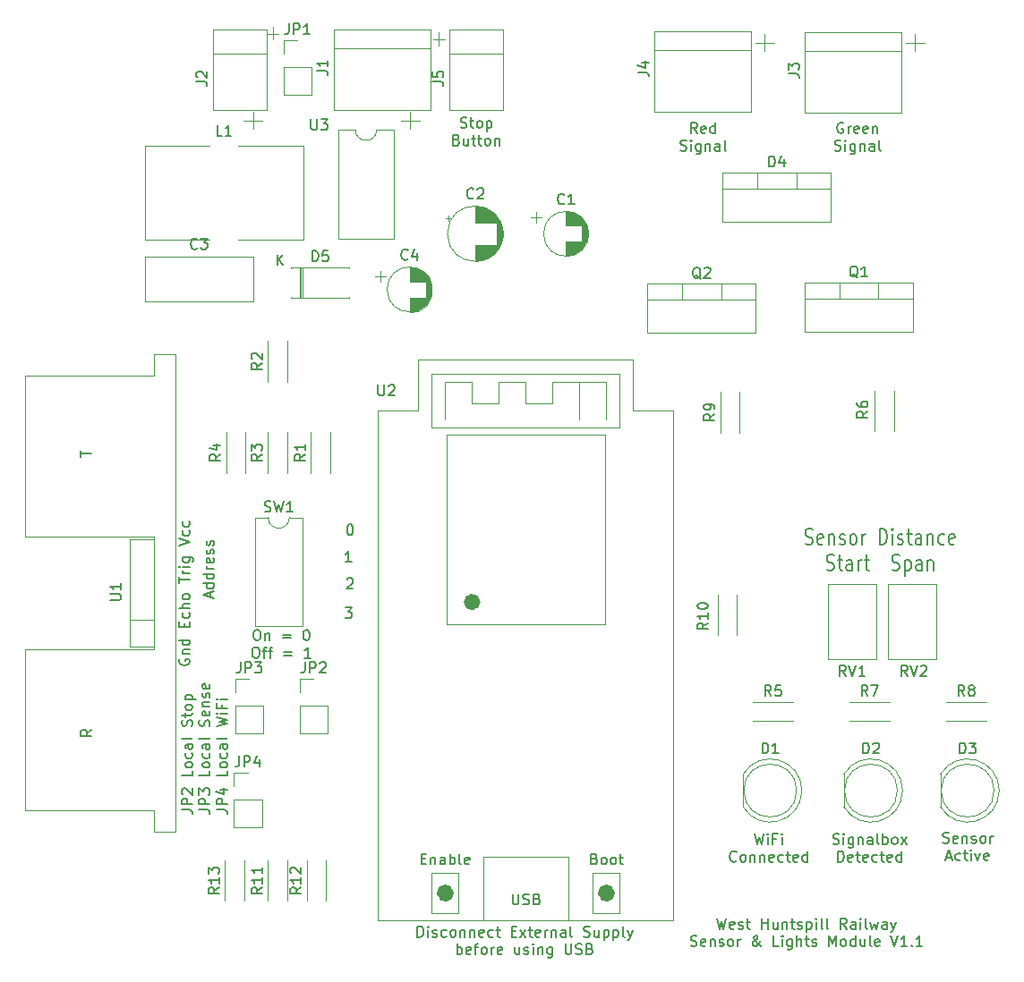
<source format=gbr>
%TF.GenerationSoftware,KiCad,Pcbnew,(5.1.9-0-10_14)*%
%TF.CreationDate,2021-09-01T12:04:37+01:00*%
%TF.ProjectId,SensorLights,53656e73-6f72-44c6-9967-6874732e6b69,1.1*%
%TF.SameCoordinates,Original*%
%TF.FileFunction,Legend,Top*%
%TF.FilePolarity,Positive*%
%FSLAX46Y46*%
G04 Gerber Fmt 4.6, Leading zero omitted, Abs format (unit mm)*
G04 Created by KiCad (PCBNEW (5.1.9-0-10_14)) date 2021-09-01 12:04:37*
%MOMM*%
%LPD*%
G01*
G04 APERTURE LIST*
%ADD10C,0.120000*%
%ADD11C,0.200000*%
%ADD12C,0.150000*%
%ADD13C,0.100000*%
%ADD14C,0.800000*%
%ADD15C,1.000000*%
G04 APERTURE END LIST*
D10*
X119253000Y-48641000D02*
X120269000Y-48641000D01*
X119761000Y-48006000D02*
X119761000Y-49149000D01*
X131826000Y-56896000D02*
X133604000Y-56896000D01*
X132715000Y-56007000D02*
X132715000Y-57658000D01*
X116967000Y-56896000D02*
X118745000Y-56896000D01*
X117856000Y-56007000D02*
X117856000Y-57658000D01*
X134874000Y-49149000D02*
X136017000Y-49149000D01*
X135382000Y-48514000D02*
X135382000Y-49784000D01*
X179578000Y-49530000D02*
X181356000Y-49530000D01*
X180467000Y-48641000D02*
X180467000Y-50292000D01*
X166243000Y-48641000D02*
X166243000Y-50292000D01*
X165354000Y-49530000D02*
X167132000Y-49530000D01*
D11*
X170079285Y-96918142D02*
X170250714Y-96989571D01*
X170536428Y-96989571D01*
X170650714Y-96918142D01*
X170707857Y-96846714D01*
X170765000Y-96703857D01*
X170765000Y-96561000D01*
X170707857Y-96418142D01*
X170650714Y-96346714D01*
X170536428Y-96275285D01*
X170307857Y-96203857D01*
X170193571Y-96132428D01*
X170136428Y-96061000D01*
X170079285Y-95918142D01*
X170079285Y-95775285D01*
X170136428Y-95632428D01*
X170193571Y-95561000D01*
X170307857Y-95489571D01*
X170593571Y-95489571D01*
X170765000Y-95561000D01*
X171736428Y-96918142D02*
X171622142Y-96989571D01*
X171393571Y-96989571D01*
X171279285Y-96918142D01*
X171222142Y-96775285D01*
X171222142Y-96203857D01*
X171279285Y-96061000D01*
X171393571Y-95989571D01*
X171622142Y-95989571D01*
X171736428Y-96061000D01*
X171793571Y-96203857D01*
X171793571Y-96346714D01*
X171222142Y-96489571D01*
X172307857Y-95989571D02*
X172307857Y-96989571D01*
X172307857Y-96132428D02*
X172365000Y-96061000D01*
X172479285Y-95989571D01*
X172650714Y-95989571D01*
X172765000Y-96061000D01*
X172822142Y-96203857D01*
X172822142Y-96989571D01*
X173336428Y-96918142D02*
X173450714Y-96989571D01*
X173679285Y-96989571D01*
X173793571Y-96918142D01*
X173850714Y-96775285D01*
X173850714Y-96703857D01*
X173793571Y-96561000D01*
X173679285Y-96489571D01*
X173507857Y-96489571D01*
X173393571Y-96418142D01*
X173336428Y-96275285D01*
X173336428Y-96203857D01*
X173393571Y-96061000D01*
X173507857Y-95989571D01*
X173679285Y-95989571D01*
X173793571Y-96061000D01*
X174536428Y-96989571D02*
X174422142Y-96918142D01*
X174365000Y-96846714D01*
X174307857Y-96703857D01*
X174307857Y-96275285D01*
X174365000Y-96132428D01*
X174422142Y-96061000D01*
X174536428Y-95989571D01*
X174707857Y-95989571D01*
X174822142Y-96061000D01*
X174879285Y-96132428D01*
X174936428Y-96275285D01*
X174936428Y-96703857D01*
X174879285Y-96846714D01*
X174822142Y-96918142D01*
X174707857Y-96989571D01*
X174536428Y-96989571D01*
X175450714Y-96989571D02*
X175450714Y-95989571D01*
X175450714Y-96275285D02*
X175507857Y-96132428D01*
X175565000Y-96061000D01*
X175679285Y-95989571D01*
X175793571Y-95989571D01*
X177107857Y-96989571D02*
X177107857Y-95489571D01*
X177393571Y-95489571D01*
X177565000Y-95561000D01*
X177679285Y-95703857D01*
X177736428Y-95846714D01*
X177793571Y-96132428D01*
X177793571Y-96346714D01*
X177736428Y-96632428D01*
X177679285Y-96775285D01*
X177565000Y-96918142D01*
X177393571Y-96989571D01*
X177107857Y-96989571D01*
X178307857Y-96989571D02*
X178307857Y-95989571D01*
X178307857Y-95489571D02*
X178250714Y-95561000D01*
X178307857Y-95632428D01*
X178365000Y-95561000D01*
X178307857Y-95489571D01*
X178307857Y-95632428D01*
X178822142Y-96918142D02*
X178936428Y-96989571D01*
X179165000Y-96989571D01*
X179279285Y-96918142D01*
X179336428Y-96775285D01*
X179336428Y-96703857D01*
X179279285Y-96561000D01*
X179165000Y-96489571D01*
X178993571Y-96489571D01*
X178879285Y-96418142D01*
X178822142Y-96275285D01*
X178822142Y-96203857D01*
X178879285Y-96061000D01*
X178993571Y-95989571D01*
X179165000Y-95989571D01*
X179279285Y-96061000D01*
X179679285Y-95989571D02*
X180136428Y-95989571D01*
X179850714Y-95489571D02*
X179850714Y-96775285D01*
X179907857Y-96918142D01*
X180022142Y-96989571D01*
X180136428Y-96989571D01*
X181050714Y-96989571D02*
X181050714Y-96203857D01*
X180993571Y-96061000D01*
X180879285Y-95989571D01*
X180650714Y-95989571D01*
X180536428Y-96061000D01*
X181050714Y-96918142D02*
X180936428Y-96989571D01*
X180650714Y-96989571D01*
X180536428Y-96918142D01*
X180479285Y-96775285D01*
X180479285Y-96632428D01*
X180536428Y-96489571D01*
X180650714Y-96418142D01*
X180936428Y-96418142D01*
X181050714Y-96346714D01*
X181622142Y-95989571D02*
X181622142Y-96989571D01*
X181622142Y-96132428D02*
X181679285Y-96061000D01*
X181793571Y-95989571D01*
X181965000Y-95989571D01*
X182079285Y-96061000D01*
X182136428Y-96203857D01*
X182136428Y-96989571D01*
X183222142Y-96918142D02*
X183107857Y-96989571D01*
X182879285Y-96989571D01*
X182765000Y-96918142D01*
X182707857Y-96846714D01*
X182650714Y-96703857D01*
X182650714Y-96275285D01*
X182707857Y-96132428D01*
X182765000Y-96061000D01*
X182879285Y-95989571D01*
X183107857Y-95989571D01*
X183222142Y-96061000D01*
X184193571Y-96918142D02*
X184079285Y-96989571D01*
X183850714Y-96989571D01*
X183736428Y-96918142D01*
X183679285Y-96775285D01*
X183679285Y-96203857D01*
X183736428Y-96061000D01*
X183850714Y-95989571D01*
X184079285Y-95989571D01*
X184193571Y-96061000D01*
X184250714Y-96203857D01*
X184250714Y-96346714D01*
X183679285Y-96489571D01*
X172107857Y-99368142D02*
X172279285Y-99439571D01*
X172565000Y-99439571D01*
X172679285Y-99368142D01*
X172736428Y-99296714D01*
X172793571Y-99153857D01*
X172793571Y-99011000D01*
X172736428Y-98868142D01*
X172679285Y-98796714D01*
X172565000Y-98725285D01*
X172336428Y-98653857D01*
X172222142Y-98582428D01*
X172165000Y-98511000D01*
X172107857Y-98368142D01*
X172107857Y-98225285D01*
X172165000Y-98082428D01*
X172222142Y-98011000D01*
X172336428Y-97939571D01*
X172622142Y-97939571D01*
X172793571Y-98011000D01*
X173136428Y-98439571D02*
X173593571Y-98439571D01*
X173307857Y-97939571D02*
X173307857Y-99225285D01*
X173365000Y-99368142D01*
X173479285Y-99439571D01*
X173593571Y-99439571D01*
X174507857Y-99439571D02*
X174507857Y-98653857D01*
X174450714Y-98511000D01*
X174336428Y-98439571D01*
X174107857Y-98439571D01*
X173993571Y-98511000D01*
X174507857Y-99368142D02*
X174393571Y-99439571D01*
X174107857Y-99439571D01*
X173993571Y-99368142D01*
X173936428Y-99225285D01*
X173936428Y-99082428D01*
X173993571Y-98939571D01*
X174107857Y-98868142D01*
X174393571Y-98868142D01*
X174507857Y-98796714D01*
X175079285Y-99439571D02*
X175079285Y-98439571D01*
X175079285Y-98725285D02*
X175136428Y-98582428D01*
X175193571Y-98511000D01*
X175307857Y-98439571D01*
X175422142Y-98439571D01*
X175650714Y-98439571D02*
X176107857Y-98439571D01*
X175822142Y-97939571D02*
X175822142Y-99225285D01*
X175879285Y-99368142D01*
X175993571Y-99439571D01*
X176107857Y-99439571D01*
X178279285Y-99368142D02*
X178450714Y-99439571D01*
X178736428Y-99439571D01*
X178850714Y-99368142D01*
X178907857Y-99296714D01*
X178965000Y-99153857D01*
X178965000Y-99011000D01*
X178907857Y-98868142D01*
X178850714Y-98796714D01*
X178736428Y-98725285D01*
X178507857Y-98653857D01*
X178393571Y-98582428D01*
X178336428Y-98511000D01*
X178279285Y-98368142D01*
X178279285Y-98225285D01*
X178336428Y-98082428D01*
X178393571Y-98011000D01*
X178507857Y-97939571D01*
X178793571Y-97939571D01*
X178965000Y-98011000D01*
X179479285Y-98439571D02*
X179479285Y-99939571D01*
X179479285Y-98511000D02*
X179593571Y-98439571D01*
X179822142Y-98439571D01*
X179936428Y-98511000D01*
X179993571Y-98582428D01*
X180050714Y-98725285D01*
X180050714Y-99153857D01*
X179993571Y-99296714D01*
X179936428Y-99368142D01*
X179822142Y-99439571D01*
X179593571Y-99439571D01*
X179479285Y-99368142D01*
X181079285Y-99439571D02*
X181079285Y-98653857D01*
X181022142Y-98511000D01*
X180907857Y-98439571D01*
X180679285Y-98439571D01*
X180565000Y-98511000D01*
X181079285Y-99368142D02*
X180965000Y-99439571D01*
X180679285Y-99439571D01*
X180565000Y-99368142D01*
X180507857Y-99225285D01*
X180507857Y-99082428D01*
X180565000Y-98939571D01*
X180679285Y-98868142D01*
X180965000Y-98868142D01*
X181079285Y-98796714D01*
X181650714Y-98439571D02*
X181650714Y-99439571D01*
X181650714Y-98582428D02*
X181707857Y-98511000D01*
X181822142Y-98439571D01*
X181993571Y-98439571D01*
X182107857Y-98511000D01*
X182165000Y-98653857D01*
X182165000Y-99439571D01*
D12*
X126539666Y-102957380D02*
X127158714Y-102957380D01*
X126825380Y-103338333D01*
X126968238Y-103338333D01*
X127063476Y-103385952D01*
X127111095Y-103433571D01*
X127158714Y-103528809D01*
X127158714Y-103766904D01*
X127111095Y-103862142D01*
X127063476Y-103909761D01*
X126968238Y-103957380D01*
X126682523Y-103957380D01*
X126587285Y-103909761D01*
X126539666Y-103862142D01*
X126714285Y-100258619D02*
X126761904Y-100211000D01*
X126857142Y-100163380D01*
X127095238Y-100163380D01*
X127190476Y-100211000D01*
X127238095Y-100258619D01*
X127285714Y-100353857D01*
X127285714Y-100449095D01*
X127238095Y-100591952D01*
X126666666Y-101163380D01*
X127285714Y-101163380D01*
X127158714Y-98623380D02*
X126587285Y-98623380D01*
X126873000Y-98623380D02*
X126873000Y-97623380D01*
X126777761Y-97766238D01*
X126682523Y-97861476D01*
X126587285Y-97909095D01*
X126952380Y-95083380D02*
X127047619Y-95083380D01*
X127142857Y-95131000D01*
X127190476Y-95178619D01*
X127238095Y-95273857D01*
X127285714Y-95464333D01*
X127285714Y-95702428D01*
X127238095Y-95892904D01*
X127190476Y-95988142D01*
X127142857Y-96035761D01*
X127047619Y-96083380D01*
X126952380Y-96083380D01*
X126857142Y-96035761D01*
X126809523Y-95988142D01*
X126761904Y-95892904D01*
X126714285Y-95702428D01*
X126714285Y-95464333D01*
X126761904Y-95273857D01*
X126809523Y-95178619D01*
X126857142Y-95131000D01*
X126952380Y-95083380D01*
X111086380Y-122060690D02*
X111800666Y-122060690D01*
X111943523Y-122108309D01*
X112038761Y-122203547D01*
X112086380Y-122346404D01*
X112086380Y-122441642D01*
X112086380Y-121584500D02*
X111086380Y-121584500D01*
X111086380Y-121203547D01*
X111134000Y-121108309D01*
X111181619Y-121060690D01*
X111276857Y-121013071D01*
X111419714Y-121013071D01*
X111514952Y-121060690D01*
X111562571Y-121108309D01*
X111610190Y-121203547D01*
X111610190Y-121584500D01*
X111181619Y-120632119D02*
X111134000Y-120584500D01*
X111086380Y-120489261D01*
X111086380Y-120251166D01*
X111134000Y-120155928D01*
X111181619Y-120108309D01*
X111276857Y-120060690D01*
X111372095Y-120060690D01*
X111514952Y-120108309D01*
X112086380Y-120679738D01*
X112086380Y-120060690D01*
X112086380Y-118394023D02*
X112086380Y-118870214D01*
X111086380Y-118870214D01*
X112086380Y-117917833D02*
X112038761Y-118013071D01*
X111991142Y-118060690D01*
X111895904Y-118108309D01*
X111610190Y-118108309D01*
X111514952Y-118060690D01*
X111467333Y-118013071D01*
X111419714Y-117917833D01*
X111419714Y-117774976D01*
X111467333Y-117679738D01*
X111514952Y-117632119D01*
X111610190Y-117584500D01*
X111895904Y-117584500D01*
X111991142Y-117632119D01*
X112038761Y-117679738D01*
X112086380Y-117774976D01*
X112086380Y-117917833D01*
X112038761Y-116727357D02*
X112086380Y-116822595D01*
X112086380Y-117013071D01*
X112038761Y-117108309D01*
X111991142Y-117155928D01*
X111895904Y-117203547D01*
X111610190Y-117203547D01*
X111514952Y-117155928D01*
X111467333Y-117108309D01*
X111419714Y-117013071D01*
X111419714Y-116822595D01*
X111467333Y-116727357D01*
X112086380Y-115870214D02*
X111562571Y-115870214D01*
X111467333Y-115917833D01*
X111419714Y-116013071D01*
X111419714Y-116203547D01*
X111467333Y-116298785D01*
X112038761Y-115870214D02*
X112086380Y-115965452D01*
X112086380Y-116203547D01*
X112038761Y-116298785D01*
X111943523Y-116346404D01*
X111848285Y-116346404D01*
X111753047Y-116298785D01*
X111705428Y-116203547D01*
X111705428Y-115965452D01*
X111657809Y-115870214D01*
X112086380Y-115251166D02*
X112038761Y-115346404D01*
X111943523Y-115394023D01*
X111086380Y-115394023D01*
X112038761Y-114155928D02*
X112086380Y-114013071D01*
X112086380Y-113774976D01*
X112038761Y-113679738D01*
X111991142Y-113632119D01*
X111895904Y-113584500D01*
X111800666Y-113584500D01*
X111705428Y-113632119D01*
X111657809Y-113679738D01*
X111610190Y-113774976D01*
X111562571Y-113965452D01*
X111514952Y-114060690D01*
X111467333Y-114108309D01*
X111372095Y-114155928D01*
X111276857Y-114155928D01*
X111181619Y-114108309D01*
X111134000Y-114060690D01*
X111086380Y-113965452D01*
X111086380Y-113727357D01*
X111134000Y-113584500D01*
X111419714Y-113298785D02*
X111419714Y-112917833D01*
X111086380Y-113155928D02*
X111943523Y-113155928D01*
X112038761Y-113108309D01*
X112086380Y-113013071D01*
X112086380Y-112917833D01*
X112086380Y-112441642D02*
X112038761Y-112536880D01*
X111991142Y-112584500D01*
X111895904Y-112632119D01*
X111610190Y-112632119D01*
X111514952Y-112584500D01*
X111467333Y-112536880D01*
X111419714Y-112441642D01*
X111419714Y-112298785D01*
X111467333Y-112203547D01*
X111514952Y-112155928D01*
X111610190Y-112108309D01*
X111895904Y-112108309D01*
X111991142Y-112155928D01*
X112038761Y-112203547D01*
X112086380Y-112298785D01*
X112086380Y-112441642D01*
X111419714Y-111679738D02*
X112419714Y-111679738D01*
X111467333Y-111679738D02*
X111419714Y-111584500D01*
X111419714Y-111394023D01*
X111467333Y-111298785D01*
X111514952Y-111251166D01*
X111610190Y-111203547D01*
X111895904Y-111203547D01*
X111991142Y-111251166D01*
X112038761Y-111298785D01*
X112086380Y-111394023D01*
X112086380Y-111584500D01*
X112038761Y-111679738D01*
X112736380Y-122060690D02*
X113450666Y-122060690D01*
X113593523Y-122108309D01*
X113688761Y-122203547D01*
X113736380Y-122346404D01*
X113736380Y-122441642D01*
X113736380Y-121584500D02*
X112736380Y-121584500D01*
X112736380Y-121203547D01*
X112784000Y-121108309D01*
X112831619Y-121060690D01*
X112926857Y-121013071D01*
X113069714Y-121013071D01*
X113164952Y-121060690D01*
X113212571Y-121108309D01*
X113260190Y-121203547D01*
X113260190Y-121584500D01*
X112736380Y-120679738D02*
X112736380Y-120060690D01*
X113117333Y-120394023D01*
X113117333Y-120251166D01*
X113164952Y-120155928D01*
X113212571Y-120108309D01*
X113307809Y-120060690D01*
X113545904Y-120060690D01*
X113641142Y-120108309D01*
X113688761Y-120155928D01*
X113736380Y-120251166D01*
X113736380Y-120536880D01*
X113688761Y-120632119D01*
X113641142Y-120679738D01*
X113736380Y-118394023D02*
X113736380Y-118870214D01*
X112736380Y-118870214D01*
X113736380Y-117917833D02*
X113688761Y-118013071D01*
X113641142Y-118060690D01*
X113545904Y-118108309D01*
X113260190Y-118108309D01*
X113164952Y-118060690D01*
X113117333Y-118013071D01*
X113069714Y-117917833D01*
X113069714Y-117774976D01*
X113117333Y-117679738D01*
X113164952Y-117632119D01*
X113260190Y-117584500D01*
X113545904Y-117584500D01*
X113641142Y-117632119D01*
X113688761Y-117679738D01*
X113736380Y-117774976D01*
X113736380Y-117917833D01*
X113688761Y-116727357D02*
X113736380Y-116822595D01*
X113736380Y-117013071D01*
X113688761Y-117108309D01*
X113641142Y-117155928D01*
X113545904Y-117203547D01*
X113260190Y-117203547D01*
X113164952Y-117155928D01*
X113117333Y-117108309D01*
X113069714Y-117013071D01*
X113069714Y-116822595D01*
X113117333Y-116727357D01*
X113736380Y-115870214D02*
X113212571Y-115870214D01*
X113117333Y-115917833D01*
X113069714Y-116013071D01*
X113069714Y-116203547D01*
X113117333Y-116298785D01*
X113688761Y-115870214D02*
X113736380Y-115965452D01*
X113736380Y-116203547D01*
X113688761Y-116298785D01*
X113593523Y-116346404D01*
X113498285Y-116346404D01*
X113403047Y-116298785D01*
X113355428Y-116203547D01*
X113355428Y-115965452D01*
X113307809Y-115870214D01*
X113736380Y-115251166D02*
X113688761Y-115346404D01*
X113593523Y-115394023D01*
X112736380Y-115394023D01*
X113688761Y-114155928D02*
X113736380Y-114013071D01*
X113736380Y-113774976D01*
X113688761Y-113679738D01*
X113641142Y-113632119D01*
X113545904Y-113584500D01*
X113450666Y-113584500D01*
X113355428Y-113632119D01*
X113307809Y-113679738D01*
X113260190Y-113774976D01*
X113212571Y-113965452D01*
X113164952Y-114060690D01*
X113117333Y-114108309D01*
X113022095Y-114155928D01*
X112926857Y-114155928D01*
X112831619Y-114108309D01*
X112784000Y-114060690D01*
X112736380Y-113965452D01*
X112736380Y-113727357D01*
X112784000Y-113584500D01*
X113688761Y-112774976D02*
X113736380Y-112870214D01*
X113736380Y-113060690D01*
X113688761Y-113155928D01*
X113593523Y-113203547D01*
X113212571Y-113203547D01*
X113117333Y-113155928D01*
X113069714Y-113060690D01*
X113069714Y-112870214D01*
X113117333Y-112774976D01*
X113212571Y-112727357D01*
X113307809Y-112727357D01*
X113403047Y-113203547D01*
X113069714Y-112298785D02*
X113736380Y-112298785D01*
X113164952Y-112298785D02*
X113117333Y-112251166D01*
X113069714Y-112155928D01*
X113069714Y-112013071D01*
X113117333Y-111917833D01*
X113212571Y-111870214D01*
X113736380Y-111870214D01*
X113688761Y-111441642D02*
X113736380Y-111346404D01*
X113736380Y-111155928D01*
X113688761Y-111060690D01*
X113593523Y-111013071D01*
X113545904Y-111013071D01*
X113450666Y-111060690D01*
X113403047Y-111155928D01*
X113403047Y-111298785D01*
X113355428Y-111394023D01*
X113260190Y-111441642D01*
X113212571Y-111441642D01*
X113117333Y-111394023D01*
X113069714Y-111298785D01*
X113069714Y-111155928D01*
X113117333Y-111060690D01*
X113688761Y-110203547D02*
X113736380Y-110298785D01*
X113736380Y-110489261D01*
X113688761Y-110584500D01*
X113593523Y-110632119D01*
X113212571Y-110632119D01*
X113117333Y-110584500D01*
X113069714Y-110489261D01*
X113069714Y-110298785D01*
X113117333Y-110203547D01*
X113212571Y-110155928D01*
X113307809Y-110155928D01*
X113403047Y-110632119D01*
X114386380Y-122060690D02*
X115100666Y-122060690D01*
X115243523Y-122108309D01*
X115338761Y-122203547D01*
X115386380Y-122346404D01*
X115386380Y-122441642D01*
X115386380Y-121584500D02*
X114386380Y-121584500D01*
X114386380Y-121203547D01*
X114434000Y-121108309D01*
X114481619Y-121060690D01*
X114576857Y-121013071D01*
X114719714Y-121013071D01*
X114814952Y-121060690D01*
X114862571Y-121108309D01*
X114910190Y-121203547D01*
X114910190Y-121584500D01*
X114719714Y-120155928D02*
X115386380Y-120155928D01*
X114338761Y-120394023D02*
X115053047Y-120632119D01*
X115053047Y-120013071D01*
X115386380Y-118394023D02*
X115386380Y-118870214D01*
X114386380Y-118870214D01*
X115386380Y-117917833D02*
X115338761Y-118013071D01*
X115291142Y-118060690D01*
X115195904Y-118108309D01*
X114910190Y-118108309D01*
X114814952Y-118060690D01*
X114767333Y-118013071D01*
X114719714Y-117917833D01*
X114719714Y-117774976D01*
X114767333Y-117679738D01*
X114814952Y-117632119D01*
X114910190Y-117584500D01*
X115195904Y-117584500D01*
X115291142Y-117632119D01*
X115338761Y-117679738D01*
X115386380Y-117774976D01*
X115386380Y-117917833D01*
X115338761Y-116727357D02*
X115386380Y-116822595D01*
X115386380Y-117013071D01*
X115338761Y-117108309D01*
X115291142Y-117155928D01*
X115195904Y-117203547D01*
X114910190Y-117203547D01*
X114814952Y-117155928D01*
X114767333Y-117108309D01*
X114719714Y-117013071D01*
X114719714Y-116822595D01*
X114767333Y-116727357D01*
X115386380Y-115870214D02*
X114862571Y-115870214D01*
X114767333Y-115917833D01*
X114719714Y-116013071D01*
X114719714Y-116203547D01*
X114767333Y-116298785D01*
X115338761Y-115870214D02*
X115386380Y-115965452D01*
X115386380Y-116203547D01*
X115338761Y-116298785D01*
X115243523Y-116346404D01*
X115148285Y-116346404D01*
X115053047Y-116298785D01*
X115005428Y-116203547D01*
X115005428Y-115965452D01*
X114957809Y-115870214D01*
X115386380Y-115251166D02*
X115338761Y-115346404D01*
X115243523Y-115394023D01*
X114386380Y-115394023D01*
X114386380Y-114203547D02*
X115386380Y-113965452D01*
X114672095Y-113774976D01*
X115386380Y-113584500D01*
X114386380Y-113346404D01*
X115386380Y-112965452D02*
X114719714Y-112965452D01*
X114386380Y-112965452D02*
X114434000Y-113013071D01*
X114481619Y-112965452D01*
X114434000Y-112917833D01*
X114386380Y-112965452D01*
X114481619Y-112965452D01*
X114862571Y-112155928D02*
X114862571Y-112489261D01*
X115386380Y-112489261D02*
X114386380Y-112489261D01*
X114386380Y-112013071D01*
X115386380Y-111632119D02*
X114719714Y-111632119D01*
X114386380Y-111632119D02*
X114434000Y-111679738D01*
X114481619Y-111632119D01*
X114434000Y-111584500D01*
X114386380Y-111632119D01*
X114481619Y-111632119D01*
X118118238Y-105053380D02*
X118308714Y-105053380D01*
X118403952Y-105101000D01*
X118499190Y-105196238D01*
X118546809Y-105386714D01*
X118546809Y-105720047D01*
X118499190Y-105910523D01*
X118403952Y-106005761D01*
X118308714Y-106053380D01*
X118118238Y-106053380D01*
X118023000Y-106005761D01*
X117927761Y-105910523D01*
X117880142Y-105720047D01*
X117880142Y-105386714D01*
X117927761Y-105196238D01*
X118023000Y-105101000D01*
X118118238Y-105053380D01*
X118975380Y-105386714D02*
X118975380Y-106053380D01*
X118975380Y-105481952D02*
X119023000Y-105434333D01*
X119118238Y-105386714D01*
X119261095Y-105386714D01*
X119356333Y-105434333D01*
X119403952Y-105529571D01*
X119403952Y-106053380D01*
X120642047Y-105529571D02*
X121403952Y-105529571D01*
X121403952Y-105815285D02*
X120642047Y-105815285D01*
X122832523Y-105053380D02*
X122927761Y-105053380D01*
X123023000Y-105101000D01*
X123070619Y-105148619D01*
X123118238Y-105243857D01*
X123165857Y-105434333D01*
X123165857Y-105672428D01*
X123118238Y-105862904D01*
X123070619Y-105958142D01*
X123023000Y-106005761D01*
X122927761Y-106053380D01*
X122832523Y-106053380D01*
X122737285Y-106005761D01*
X122689666Y-105958142D01*
X122642047Y-105862904D01*
X122594428Y-105672428D01*
X122594428Y-105434333D01*
X122642047Y-105243857D01*
X122689666Y-105148619D01*
X122737285Y-105101000D01*
X122832523Y-105053380D01*
X117999190Y-106703380D02*
X118189666Y-106703380D01*
X118284904Y-106751000D01*
X118380142Y-106846238D01*
X118427761Y-107036714D01*
X118427761Y-107370047D01*
X118380142Y-107560523D01*
X118284904Y-107655761D01*
X118189666Y-107703380D01*
X117999190Y-107703380D01*
X117903952Y-107655761D01*
X117808714Y-107560523D01*
X117761095Y-107370047D01*
X117761095Y-107036714D01*
X117808714Y-106846238D01*
X117903952Y-106751000D01*
X117999190Y-106703380D01*
X118713476Y-107036714D02*
X119094428Y-107036714D01*
X118856333Y-107703380D02*
X118856333Y-106846238D01*
X118903952Y-106751000D01*
X118999190Y-106703380D01*
X119094428Y-106703380D01*
X119284904Y-107036714D02*
X119665857Y-107036714D01*
X119427761Y-107703380D02*
X119427761Y-106846238D01*
X119475380Y-106751000D01*
X119570619Y-106703380D01*
X119665857Y-106703380D01*
X120761095Y-107179571D02*
X121523000Y-107179571D01*
X121523000Y-107465285D02*
X120761095Y-107465285D01*
X123284904Y-107703380D02*
X122713476Y-107703380D01*
X122999190Y-107703380D02*
X122999190Y-106703380D01*
X122903952Y-106846238D01*
X122808714Y-106941476D01*
X122713476Y-106989095D01*
X113831666Y-102004476D02*
X113831666Y-101528285D01*
X114117380Y-102099714D02*
X113117380Y-101766380D01*
X114117380Y-101433047D01*
X114117380Y-100671142D02*
X113117380Y-100671142D01*
X114069761Y-100671142D02*
X114117380Y-100766380D01*
X114117380Y-100956857D01*
X114069761Y-101052095D01*
X114022142Y-101099714D01*
X113926904Y-101147333D01*
X113641190Y-101147333D01*
X113545952Y-101099714D01*
X113498333Y-101052095D01*
X113450714Y-100956857D01*
X113450714Y-100766380D01*
X113498333Y-100671142D01*
X114117380Y-99766380D02*
X113117380Y-99766380D01*
X114069761Y-99766380D02*
X114117380Y-99861619D01*
X114117380Y-100052095D01*
X114069761Y-100147333D01*
X114022142Y-100194952D01*
X113926904Y-100242571D01*
X113641190Y-100242571D01*
X113545952Y-100194952D01*
X113498333Y-100147333D01*
X113450714Y-100052095D01*
X113450714Y-99861619D01*
X113498333Y-99766380D01*
X114117380Y-99290190D02*
X113450714Y-99290190D01*
X113641190Y-99290190D02*
X113545952Y-99242571D01*
X113498333Y-99194952D01*
X113450714Y-99099714D01*
X113450714Y-99004476D01*
X114069761Y-98290190D02*
X114117380Y-98385428D01*
X114117380Y-98575904D01*
X114069761Y-98671142D01*
X113974523Y-98718761D01*
X113593571Y-98718761D01*
X113498333Y-98671142D01*
X113450714Y-98575904D01*
X113450714Y-98385428D01*
X113498333Y-98290190D01*
X113593571Y-98242571D01*
X113688809Y-98242571D01*
X113784047Y-98718761D01*
X114069761Y-97861619D02*
X114117380Y-97766380D01*
X114117380Y-97575904D01*
X114069761Y-97480666D01*
X113974523Y-97433047D01*
X113926904Y-97433047D01*
X113831666Y-97480666D01*
X113784047Y-97575904D01*
X113784047Y-97718761D01*
X113736428Y-97814000D01*
X113641190Y-97861619D01*
X113593571Y-97861619D01*
X113498333Y-97814000D01*
X113450714Y-97718761D01*
X113450714Y-97575904D01*
X113498333Y-97480666D01*
X114069761Y-97052095D02*
X114117380Y-96956857D01*
X114117380Y-96766380D01*
X114069761Y-96671142D01*
X113974523Y-96623523D01*
X113926904Y-96623523D01*
X113831666Y-96671142D01*
X113784047Y-96766380D01*
X113784047Y-96909238D01*
X113736428Y-97004476D01*
X113641190Y-97052095D01*
X113593571Y-97052095D01*
X113498333Y-97004476D01*
X113450714Y-96909238D01*
X113450714Y-96766380D01*
X113498333Y-96671142D01*
X183086666Y-125182761D02*
X183229523Y-125230380D01*
X183467619Y-125230380D01*
X183562857Y-125182761D01*
X183610476Y-125135142D01*
X183658095Y-125039904D01*
X183658095Y-124944666D01*
X183610476Y-124849428D01*
X183562857Y-124801809D01*
X183467619Y-124754190D01*
X183277142Y-124706571D01*
X183181904Y-124658952D01*
X183134285Y-124611333D01*
X183086666Y-124516095D01*
X183086666Y-124420857D01*
X183134285Y-124325619D01*
X183181904Y-124278000D01*
X183277142Y-124230380D01*
X183515238Y-124230380D01*
X183658095Y-124278000D01*
X184467619Y-125182761D02*
X184372380Y-125230380D01*
X184181904Y-125230380D01*
X184086666Y-125182761D01*
X184039047Y-125087523D01*
X184039047Y-124706571D01*
X184086666Y-124611333D01*
X184181904Y-124563714D01*
X184372380Y-124563714D01*
X184467619Y-124611333D01*
X184515238Y-124706571D01*
X184515238Y-124801809D01*
X184039047Y-124897047D01*
X184943809Y-124563714D02*
X184943809Y-125230380D01*
X184943809Y-124658952D02*
X184991428Y-124611333D01*
X185086666Y-124563714D01*
X185229523Y-124563714D01*
X185324761Y-124611333D01*
X185372380Y-124706571D01*
X185372380Y-125230380D01*
X185800952Y-125182761D02*
X185896190Y-125230380D01*
X186086666Y-125230380D01*
X186181904Y-125182761D01*
X186229523Y-125087523D01*
X186229523Y-125039904D01*
X186181904Y-124944666D01*
X186086666Y-124897047D01*
X185943809Y-124897047D01*
X185848571Y-124849428D01*
X185800952Y-124754190D01*
X185800952Y-124706571D01*
X185848571Y-124611333D01*
X185943809Y-124563714D01*
X186086666Y-124563714D01*
X186181904Y-124611333D01*
X186800952Y-125230380D02*
X186705714Y-125182761D01*
X186658095Y-125135142D01*
X186610476Y-125039904D01*
X186610476Y-124754190D01*
X186658095Y-124658952D01*
X186705714Y-124611333D01*
X186800952Y-124563714D01*
X186943809Y-124563714D01*
X187039047Y-124611333D01*
X187086666Y-124658952D01*
X187134285Y-124754190D01*
X187134285Y-125039904D01*
X187086666Y-125135142D01*
X187039047Y-125182761D01*
X186943809Y-125230380D01*
X186800952Y-125230380D01*
X187562857Y-125230380D02*
X187562857Y-124563714D01*
X187562857Y-124754190D02*
X187610476Y-124658952D01*
X187658095Y-124611333D01*
X187753333Y-124563714D01*
X187848571Y-124563714D01*
X183420000Y-126594666D02*
X183896190Y-126594666D01*
X183324761Y-126880380D02*
X183658095Y-125880380D01*
X183991428Y-126880380D01*
X184753333Y-126832761D02*
X184658095Y-126880380D01*
X184467619Y-126880380D01*
X184372380Y-126832761D01*
X184324761Y-126785142D01*
X184277142Y-126689904D01*
X184277142Y-126404190D01*
X184324761Y-126308952D01*
X184372380Y-126261333D01*
X184467619Y-126213714D01*
X184658095Y-126213714D01*
X184753333Y-126261333D01*
X185039047Y-126213714D02*
X185420000Y-126213714D01*
X185181904Y-125880380D02*
X185181904Y-126737523D01*
X185229523Y-126832761D01*
X185324761Y-126880380D01*
X185420000Y-126880380D01*
X185753333Y-126880380D02*
X185753333Y-126213714D01*
X185753333Y-125880380D02*
X185705714Y-125928000D01*
X185753333Y-125975619D01*
X185800952Y-125928000D01*
X185753333Y-125880380D01*
X185753333Y-125975619D01*
X186134285Y-126213714D02*
X186372380Y-126880380D01*
X186610476Y-126213714D01*
X187372380Y-126832761D02*
X187277142Y-126880380D01*
X187086666Y-126880380D01*
X186991428Y-126832761D01*
X186943809Y-126737523D01*
X186943809Y-126356571D01*
X186991428Y-126261333D01*
X187086666Y-126213714D01*
X187277142Y-126213714D01*
X187372380Y-126261333D01*
X187420000Y-126356571D01*
X187420000Y-126451809D01*
X186943809Y-126547047D01*
X172696619Y-125309761D02*
X172839476Y-125357380D01*
X173077571Y-125357380D01*
X173172809Y-125309761D01*
X173220428Y-125262142D01*
X173268047Y-125166904D01*
X173268047Y-125071666D01*
X173220428Y-124976428D01*
X173172809Y-124928809D01*
X173077571Y-124881190D01*
X172887095Y-124833571D01*
X172791857Y-124785952D01*
X172744238Y-124738333D01*
X172696619Y-124643095D01*
X172696619Y-124547857D01*
X172744238Y-124452619D01*
X172791857Y-124405000D01*
X172887095Y-124357380D01*
X173125190Y-124357380D01*
X173268047Y-124405000D01*
X173696619Y-125357380D02*
X173696619Y-124690714D01*
X173696619Y-124357380D02*
X173649000Y-124405000D01*
X173696619Y-124452619D01*
X173744238Y-124405000D01*
X173696619Y-124357380D01*
X173696619Y-124452619D01*
X174601380Y-124690714D02*
X174601380Y-125500238D01*
X174553761Y-125595476D01*
X174506142Y-125643095D01*
X174410904Y-125690714D01*
X174268047Y-125690714D01*
X174172809Y-125643095D01*
X174601380Y-125309761D02*
X174506142Y-125357380D01*
X174315666Y-125357380D01*
X174220428Y-125309761D01*
X174172809Y-125262142D01*
X174125190Y-125166904D01*
X174125190Y-124881190D01*
X174172809Y-124785952D01*
X174220428Y-124738333D01*
X174315666Y-124690714D01*
X174506142Y-124690714D01*
X174601380Y-124738333D01*
X175077571Y-124690714D02*
X175077571Y-125357380D01*
X175077571Y-124785952D02*
X175125190Y-124738333D01*
X175220428Y-124690714D01*
X175363285Y-124690714D01*
X175458523Y-124738333D01*
X175506142Y-124833571D01*
X175506142Y-125357380D01*
X176410904Y-125357380D02*
X176410904Y-124833571D01*
X176363285Y-124738333D01*
X176268047Y-124690714D01*
X176077571Y-124690714D01*
X175982333Y-124738333D01*
X176410904Y-125309761D02*
X176315666Y-125357380D01*
X176077571Y-125357380D01*
X175982333Y-125309761D01*
X175934714Y-125214523D01*
X175934714Y-125119285D01*
X175982333Y-125024047D01*
X176077571Y-124976428D01*
X176315666Y-124976428D01*
X176410904Y-124928809D01*
X177029952Y-125357380D02*
X176934714Y-125309761D01*
X176887095Y-125214523D01*
X176887095Y-124357380D01*
X177410904Y-125357380D02*
X177410904Y-124357380D01*
X177410904Y-124738333D02*
X177506142Y-124690714D01*
X177696619Y-124690714D01*
X177791857Y-124738333D01*
X177839476Y-124785952D01*
X177887095Y-124881190D01*
X177887095Y-125166904D01*
X177839476Y-125262142D01*
X177791857Y-125309761D01*
X177696619Y-125357380D01*
X177506142Y-125357380D01*
X177410904Y-125309761D01*
X178458523Y-125357380D02*
X178363285Y-125309761D01*
X178315666Y-125262142D01*
X178268047Y-125166904D01*
X178268047Y-124881190D01*
X178315666Y-124785952D01*
X178363285Y-124738333D01*
X178458523Y-124690714D01*
X178601380Y-124690714D01*
X178696619Y-124738333D01*
X178744238Y-124785952D01*
X178791857Y-124881190D01*
X178791857Y-125166904D01*
X178744238Y-125262142D01*
X178696619Y-125309761D01*
X178601380Y-125357380D01*
X178458523Y-125357380D01*
X179125190Y-125357380D02*
X179649000Y-124690714D01*
X179125190Y-124690714D02*
X179649000Y-125357380D01*
X173149000Y-127007380D02*
X173149000Y-126007380D01*
X173387095Y-126007380D01*
X173529952Y-126055000D01*
X173625190Y-126150238D01*
X173672809Y-126245476D01*
X173720428Y-126435952D01*
X173720428Y-126578809D01*
X173672809Y-126769285D01*
X173625190Y-126864523D01*
X173529952Y-126959761D01*
X173387095Y-127007380D01*
X173149000Y-127007380D01*
X174529952Y-126959761D02*
X174434714Y-127007380D01*
X174244238Y-127007380D01*
X174149000Y-126959761D01*
X174101380Y-126864523D01*
X174101380Y-126483571D01*
X174149000Y-126388333D01*
X174244238Y-126340714D01*
X174434714Y-126340714D01*
X174529952Y-126388333D01*
X174577571Y-126483571D01*
X174577571Y-126578809D01*
X174101380Y-126674047D01*
X174863285Y-126340714D02*
X175244238Y-126340714D01*
X175006142Y-126007380D02*
X175006142Y-126864523D01*
X175053761Y-126959761D01*
X175149000Y-127007380D01*
X175244238Y-127007380D01*
X175958523Y-126959761D02*
X175863285Y-127007380D01*
X175672809Y-127007380D01*
X175577571Y-126959761D01*
X175529952Y-126864523D01*
X175529952Y-126483571D01*
X175577571Y-126388333D01*
X175672809Y-126340714D01*
X175863285Y-126340714D01*
X175958523Y-126388333D01*
X176006142Y-126483571D01*
X176006142Y-126578809D01*
X175529952Y-126674047D01*
X176863285Y-126959761D02*
X176768047Y-127007380D01*
X176577571Y-127007380D01*
X176482333Y-126959761D01*
X176434714Y-126912142D01*
X176387095Y-126816904D01*
X176387095Y-126531190D01*
X176434714Y-126435952D01*
X176482333Y-126388333D01*
X176577571Y-126340714D01*
X176768047Y-126340714D01*
X176863285Y-126388333D01*
X177149000Y-126340714D02*
X177529952Y-126340714D01*
X177291857Y-126007380D02*
X177291857Y-126864523D01*
X177339476Y-126959761D01*
X177434714Y-127007380D01*
X177529952Y-127007380D01*
X178244238Y-126959761D02*
X178149000Y-127007380D01*
X177958523Y-127007380D01*
X177863285Y-126959761D01*
X177815666Y-126864523D01*
X177815666Y-126483571D01*
X177863285Y-126388333D01*
X177958523Y-126340714D01*
X178149000Y-126340714D01*
X178244238Y-126388333D01*
X178291857Y-126483571D01*
X178291857Y-126578809D01*
X177815666Y-126674047D01*
X179149000Y-127007380D02*
X179149000Y-126007380D01*
X179149000Y-126959761D02*
X179053761Y-127007380D01*
X178863285Y-127007380D01*
X178768047Y-126959761D01*
X178720428Y-126912142D01*
X178672809Y-126816904D01*
X178672809Y-126531190D01*
X178720428Y-126435952D01*
X178768047Y-126388333D01*
X178863285Y-126340714D01*
X179053761Y-126340714D01*
X179149000Y-126388333D01*
X165290666Y-124357380D02*
X165528761Y-125357380D01*
X165719238Y-124643095D01*
X165909714Y-125357380D01*
X166147809Y-124357380D01*
X166528761Y-125357380D02*
X166528761Y-124690714D01*
X166528761Y-124357380D02*
X166481142Y-124405000D01*
X166528761Y-124452619D01*
X166576380Y-124405000D01*
X166528761Y-124357380D01*
X166528761Y-124452619D01*
X167338285Y-124833571D02*
X167004952Y-124833571D01*
X167004952Y-125357380D02*
X167004952Y-124357380D01*
X167481142Y-124357380D01*
X167862095Y-125357380D02*
X167862095Y-124690714D01*
X167862095Y-124357380D02*
X167814476Y-124405000D01*
X167862095Y-124452619D01*
X167909714Y-124405000D01*
X167862095Y-124357380D01*
X167862095Y-124452619D01*
X163552571Y-126912142D02*
X163504952Y-126959761D01*
X163362095Y-127007380D01*
X163266857Y-127007380D01*
X163124000Y-126959761D01*
X163028761Y-126864523D01*
X162981142Y-126769285D01*
X162933523Y-126578809D01*
X162933523Y-126435952D01*
X162981142Y-126245476D01*
X163028761Y-126150238D01*
X163124000Y-126055000D01*
X163266857Y-126007380D01*
X163362095Y-126007380D01*
X163504952Y-126055000D01*
X163552571Y-126102619D01*
X164124000Y-127007380D02*
X164028761Y-126959761D01*
X163981142Y-126912142D01*
X163933523Y-126816904D01*
X163933523Y-126531190D01*
X163981142Y-126435952D01*
X164028761Y-126388333D01*
X164124000Y-126340714D01*
X164266857Y-126340714D01*
X164362095Y-126388333D01*
X164409714Y-126435952D01*
X164457333Y-126531190D01*
X164457333Y-126816904D01*
X164409714Y-126912142D01*
X164362095Y-126959761D01*
X164266857Y-127007380D01*
X164124000Y-127007380D01*
X164885904Y-126340714D02*
X164885904Y-127007380D01*
X164885904Y-126435952D02*
X164933523Y-126388333D01*
X165028761Y-126340714D01*
X165171619Y-126340714D01*
X165266857Y-126388333D01*
X165314476Y-126483571D01*
X165314476Y-127007380D01*
X165790666Y-126340714D02*
X165790666Y-127007380D01*
X165790666Y-126435952D02*
X165838285Y-126388333D01*
X165933523Y-126340714D01*
X166076380Y-126340714D01*
X166171619Y-126388333D01*
X166219238Y-126483571D01*
X166219238Y-127007380D01*
X167076380Y-126959761D02*
X166981142Y-127007380D01*
X166790666Y-127007380D01*
X166695428Y-126959761D01*
X166647809Y-126864523D01*
X166647809Y-126483571D01*
X166695428Y-126388333D01*
X166790666Y-126340714D01*
X166981142Y-126340714D01*
X167076380Y-126388333D01*
X167124000Y-126483571D01*
X167124000Y-126578809D01*
X166647809Y-126674047D01*
X167981142Y-126959761D02*
X167885904Y-127007380D01*
X167695428Y-127007380D01*
X167600190Y-126959761D01*
X167552571Y-126912142D01*
X167504952Y-126816904D01*
X167504952Y-126531190D01*
X167552571Y-126435952D01*
X167600190Y-126388333D01*
X167695428Y-126340714D01*
X167885904Y-126340714D01*
X167981142Y-126388333D01*
X168266857Y-126340714D02*
X168647809Y-126340714D01*
X168409714Y-126007380D02*
X168409714Y-126864523D01*
X168457333Y-126959761D01*
X168552571Y-127007380D01*
X168647809Y-127007380D01*
X169362095Y-126959761D02*
X169266857Y-127007380D01*
X169076380Y-127007380D01*
X168981142Y-126959761D01*
X168933523Y-126864523D01*
X168933523Y-126483571D01*
X168981142Y-126388333D01*
X169076380Y-126340714D01*
X169266857Y-126340714D01*
X169362095Y-126388333D01*
X169409714Y-126483571D01*
X169409714Y-126578809D01*
X168933523Y-126674047D01*
X170266857Y-127007380D02*
X170266857Y-126007380D01*
X170266857Y-126959761D02*
X170171619Y-127007380D01*
X169981142Y-127007380D01*
X169885904Y-126959761D01*
X169838285Y-126912142D01*
X169790666Y-126816904D01*
X169790666Y-126531190D01*
X169838285Y-126435952D01*
X169885904Y-126388333D01*
X169981142Y-126340714D01*
X170171619Y-126340714D01*
X170266857Y-126388333D01*
X159829571Y-58047380D02*
X159496238Y-57571190D01*
X159258142Y-58047380D02*
X159258142Y-57047380D01*
X159639095Y-57047380D01*
X159734333Y-57095000D01*
X159781952Y-57142619D01*
X159829571Y-57237857D01*
X159829571Y-57380714D01*
X159781952Y-57475952D01*
X159734333Y-57523571D01*
X159639095Y-57571190D01*
X159258142Y-57571190D01*
X160639095Y-57999761D02*
X160543857Y-58047380D01*
X160353380Y-58047380D01*
X160258142Y-57999761D01*
X160210523Y-57904523D01*
X160210523Y-57523571D01*
X160258142Y-57428333D01*
X160353380Y-57380714D01*
X160543857Y-57380714D01*
X160639095Y-57428333D01*
X160686714Y-57523571D01*
X160686714Y-57618809D01*
X160210523Y-57714047D01*
X161543857Y-58047380D02*
X161543857Y-57047380D01*
X161543857Y-57999761D02*
X161448619Y-58047380D01*
X161258142Y-58047380D01*
X161162904Y-57999761D01*
X161115285Y-57952142D01*
X161067666Y-57856904D01*
X161067666Y-57571190D01*
X161115285Y-57475952D01*
X161162904Y-57428333D01*
X161258142Y-57380714D01*
X161448619Y-57380714D01*
X161543857Y-57428333D01*
X158258142Y-59649761D02*
X158401000Y-59697380D01*
X158639095Y-59697380D01*
X158734333Y-59649761D01*
X158781952Y-59602142D01*
X158829571Y-59506904D01*
X158829571Y-59411666D01*
X158781952Y-59316428D01*
X158734333Y-59268809D01*
X158639095Y-59221190D01*
X158448619Y-59173571D01*
X158353380Y-59125952D01*
X158305761Y-59078333D01*
X158258142Y-58983095D01*
X158258142Y-58887857D01*
X158305761Y-58792619D01*
X158353380Y-58745000D01*
X158448619Y-58697380D01*
X158686714Y-58697380D01*
X158829571Y-58745000D01*
X159258142Y-59697380D02*
X159258142Y-59030714D01*
X159258142Y-58697380D02*
X159210523Y-58745000D01*
X159258142Y-58792619D01*
X159305761Y-58745000D01*
X159258142Y-58697380D01*
X159258142Y-58792619D01*
X160162904Y-59030714D02*
X160162904Y-59840238D01*
X160115285Y-59935476D01*
X160067666Y-59983095D01*
X159972428Y-60030714D01*
X159829571Y-60030714D01*
X159734333Y-59983095D01*
X160162904Y-59649761D02*
X160067666Y-59697380D01*
X159877190Y-59697380D01*
X159781952Y-59649761D01*
X159734333Y-59602142D01*
X159686714Y-59506904D01*
X159686714Y-59221190D01*
X159734333Y-59125952D01*
X159781952Y-59078333D01*
X159877190Y-59030714D01*
X160067666Y-59030714D01*
X160162904Y-59078333D01*
X160639095Y-59030714D02*
X160639095Y-59697380D01*
X160639095Y-59125952D02*
X160686714Y-59078333D01*
X160781952Y-59030714D01*
X160924809Y-59030714D01*
X161020047Y-59078333D01*
X161067666Y-59173571D01*
X161067666Y-59697380D01*
X161972428Y-59697380D02*
X161972428Y-59173571D01*
X161924809Y-59078333D01*
X161829571Y-59030714D01*
X161639095Y-59030714D01*
X161543857Y-59078333D01*
X161972428Y-59649761D02*
X161877190Y-59697380D01*
X161639095Y-59697380D01*
X161543857Y-59649761D01*
X161496238Y-59554523D01*
X161496238Y-59459285D01*
X161543857Y-59364047D01*
X161639095Y-59316428D01*
X161877190Y-59316428D01*
X161972428Y-59268809D01*
X162591476Y-59697380D02*
X162496238Y-59649761D01*
X162448619Y-59554523D01*
X162448619Y-58697380D01*
X173648857Y-57095000D02*
X173553619Y-57047380D01*
X173410761Y-57047380D01*
X173267904Y-57095000D01*
X173172666Y-57190238D01*
X173125047Y-57285476D01*
X173077428Y-57475952D01*
X173077428Y-57618809D01*
X173125047Y-57809285D01*
X173172666Y-57904523D01*
X173267904Y-57999761D01*
X173410761Y-58047380D01*
X173506000Y-58047380D01*
X173648857Y-57999761D01*
X173696476Y-57952142D01*
X173696476Y-57618809D01*
X173506000Y-57618809D01*
X174125047Y-58047380D02*
X174125047Y-57380714D01*
X174125047Y-57571190D02*
X174172666Y-57475952D01*
X174220285Y-57428333D01*
X174315523Y-57380714D01*
X174410761Y-57380714D01*
X175125047Y-57999761D02*
X175029809Y-58047380D01*
X174839333Y-58047380D01*
X174744095Y-57999761D01*
X174696476Y-57904523D01*
X174696476Y-57523571D01*
X174744095Y-57428333D01*
X174839333Y-57380714D01*
X175029809Y-57380714D01*
X175125047Y-57428333D01*
X175172666Y-57523571D01*
X175172666Y-57618809D01*
X174696476Y-57714047D01*
X175982190Y-57999761D02*
X175886952Y-58047380D01*
X175696476Y-58047380D01*
X175601238Y-57999761D01*
X175553619Y-57904523D01*
X175553619Y-57523571D01*
X175601238Y-57428333D01*
X175696476Y-57380714D01*
X175886952Y-57380714D01*
X175982190Y-57428333D01*
X176029809Y-57523571D01*
X176029809Y-57618809D01*
X175553619Y-57714047D01*
X176458380Y-57380714D02*
X176458380Y-58047380D01*
X176458380Y-57475952D02*
X176506000Y-57428333D01*
X176601238Y-57380714D01*
X176744095Y-57380714D01*
X176839333Y-57428333D01*
X176886952Y-57523571D01*
X176886952Y-58047380D01*
X172863142Y-59649761D02*
X173006000Y-59697380D01*
X173244095Y-59697380D01*
X173339333Y-59649761D01*
X173386952Y-59602142D01*
X173434571Y-59506904D01*
X173434571Y-59411666D01*
X173386952Y-59316428D01*
X173339333Y-59268809D01*
X173244095Y-59221190D01*
X173053619Y-59173571D01*
X172958380Y-59125952D01*
X172910761Y-59078333D01*
X172863142Y-58983095D01*
X172863142Y-58887857D01*
X172910761Y-58792619D01*
X172958380Y-58745000D01*
X173053619Y-58697380D01*
X173291714Y-58697380D01*
X173434571Y-58745000D01*
X173863142Y-59697380D02*
X173863142Y-59030714D01*
X173863142Y-58697380D02*
X173815523Y-58745000D01*
X173863142Y-58792619D01*
X173910761Y-58745000D01*
X173863142Y-58697380D01*
X173863142Y-58792619D01*
X174767904Y-59030714D02*
X174767904Y-59840238D01*
X174720285Y-59935476D01*
X174672666Y-59983095D01*
X174577428Y-60030714D01*
X174434571Y-60030714D01*
X174339333Y-59983095D01*
X174767904Y-59649761D02*
X174672666Y-59697380D01*
X174482190Y-59697380D01*
X174386952Y-59649761D01*
X174339333Y-59602142D01*
X174291714Y-59506904D01*
X174291714Y-59221190D01*
X174339333Y-59125952D01*
X174386952Y-59078333D01*
X174482190Y-59030714D01*
X174672666Y-59030714D01*
X174767904Y-59078333D01*
X175244095Y-59030714D02*
X175244095Y-59697380D01*
X175244095Y-59125952D02*
X175291714Y-59078333D01*
X175386952Y-59030714D01*
X175529809Y-59030714D01*
X175625047Y-59078333D01*
X175672666Y-59173571D01*
X175672666Y-59697380D01*
X176577428Y-59697380D02*
X176577428Y-59173571D01*
X176529809Y-59078333D01*
X176434571Y-59030714D01*
X176244095Y-59030714D01*
X176148857Y-59078333D01*
X176577428Y-59649761D02*
X176482190Y-59697380D01*
X176244095Y-59697380D01*
X176148857Y-59649761D01*
X176101238Y-59554523D01*
X176101238Y-59459285D01*
X176148857Y-59364047D01*
X176244095Y-59316428D01*
X176482190Y-59316428D01*
X176577428Y-59268809D01*
X177196476Y-59697380D02*
X177101238Y-59649761D01*
X177053619Y-59554523D01*
X177053619Y-58697380D01*
X137461809Y-57491761D02*
X137604666Y-57539380D01*
X137842761Y-57539380D01*
X137938000Y-57491761D01*
X137985619Y-57444142D01*
X138033238Y-57348904D01*
X138033238Y-57253666D01*
X137985619Y-57158428D01*
X137938000Y-57110809D01*
X137842761Y-57063190D01*
X137652285Y-57015571D01*
X137557047Y-56967952D01*
X137509428Y-56920333D01*
X137461809Y-56825095D01*
X137461809Y-56729857D01*
X137509428Y-56634619D01*
X137557047Y-56587000D01*
X137652285Y-56539380D01*
X137890380Y-56539380D01*
X138033238Y-56587000D01*
X138318952Y-56872714D02*
X138699904Y-56872714D01*
X138461809Y-56539380D02*
X138461809Y-57396523D01*
X138509428Y-57491761D01*
X138604666Y-57539380D01*
X138699904Y-57539380D01*
X139176095Y-57539380D02*
X139080857Y-57491761D01*
X139033238Y-57444142D01*
X138985619Y-57348904D01*
X138985619Y-57063190D01*
X139033238Y-56967952D01*
X139080857Y-56920333D01*
X139176095Y-56872714D01*
X139318952Y-56872714D01*
X139414190Y-56920333D01*
X139461809Y-56967952D01*
X139509428Y-57063190D01*
X139509428Y-57348904D01*
X139461809Y-57444142D01*
X139414190Y-57491761D01*
X139318952Y-57539380D01*
X139176095Y-57539380D01*
X139938000Y-56872714D02*
X139938000Y-57872714D01*
X139938000Y-56920333D02*
X140033238Y-56872714D01*
X140223714Y-56872714D01*
X140318952Y-56920333D01*
X140366571Y-56967952D01*
X140414190Y-57063190D01*
X140414190Y-57348904D01*
X140366571Y-57444142D01*
X140318952Y-57491761D01*
X140223714Y-57539380D01*
X140033238Y-57539380D01*
X139938000Y-57491761D01*
X137080857Y-58665571D02*
X137223714Y-58713190D01*
X137271333Y-58760809D01*
X137318952Y-58856047D01*
X137318952Y-58998904D01*
X137271333Y-59094142D01*
X137223714Y-59141761D01*
X137128476Y-59189380D01*
X136747523Y-59189380D01*
X136747523Y-58189380D01*
X137080857Y-58189380D01*
X137176095Y-58237000D01*
X137223714Y-58284619D01*
X137271333Y-58379857D01*
X137271333Y-58475095D01*
X137223714Y-58570333D01*
X137176095Y-58617952D01*
X137080857Y-58665571D01*
X136747523Y-58665571D01*
X138176095Y-58522714D02*
X138176095Y-59189380D01*
X137747523Y-58522714D02*
X137747523Y-59046523D01*
X137795142Y-59141761D01*
X137890380Y-59189380D01*
X138033238Y-59189380D01*
X138128476Y-59141761D01*
X138176095Y-59094142D01*
X138509428Y-58522714D02*
X138890380Y-58522714D01*
X138652285Y-58189380D02*
X138652285Y-59046523D01*
X138699904Y-59141761D01*
X138795142Y-59189380D01*
X138890380Y-59189380D01*
X139080857Y-58522714D02*
X139461809Y-58522714D01*
X139223714Y-58189380D02*
X139223714Y-59046523D01*
X139271333Y-59141761D01*
X139366571Y-59189380D01*
X139461809Y-59189380D01*
X139938000Y-59189380D02*
X139842761Y-59141761D01*
X139795142Y-59094142D01*
X139747523Y-58998904D01*
X139747523Y-58713190D01*
X139795142Y-58617952D01*
X139842761Y-58570333D01*
X139938000Y-58522714D01*
X140080857Y-58522714D01*
X140176095Y-58570333D01*
X140223714Y-58617952D01*
X140271333Y-58713190D01*
X140271333Y-58998904D01*
X140223714Y-59094142D01*
X140176095Y-59141761D01*
X140080857Y-59189380D01*
X139938000Y-59189380D01*
X140699904Y-58522714D02*
X140699904Y-59189380D01*
X140699904Y-58617952D02*
X140747523Y-58570333D01*
X140842761Y-58522714D01*
X140985619Y-58522714D01*
X141080857Y-58570333D01*
X141128476Y-58665571D01*
X141128476Y-59189380D01*
X133390952Y-134120380D02*
X133390952Y-133120380D01*
X133629047Y-133120380D01*
X133771904Y-133168000D01*
X133867142Y-133263238D01*
X133914761Y-133358476D01*
X133962380Y-133548952D01*
X133962380Y-133691809D01*
X133914761Y-133882285D01*
X133867142Y-133977523D01*
X133771904Y-134072761D01*
X133629047Y-134120380D01*
X133390952Y-134120380D01*
X134390952Y-134120380D02*
X134390952Y-133453714D01*
X134390952Y-133120380D02*
X134343333Y-133168000D01*
X134390952Y-133215619D01*
X134438571Y-133168000D01*
X134390952Y-133120380D01*
X134390952Y-133215619D01*
X134819523Y-134072761D02*
X134914761Y-134120380D01*
X135105238Y-134120380D01*
X135200476Y-134072761D01*
X135248095Y-133977523D01*
X135248095Y-133929904D01*
X135200476Y-133834666D01*
X135105238Y-133787047D01*
X134962380Y-133787047D01*
X134867142Y-133739428D01*
X134819523Y-133644190D01*
X134819523Y-133596571D01*
X134867142Y-133501333D01*
X134962380Y-133453714D01*
X135105238Y-133453714D01*
X135200476Y-133501333D01*
X136105238Y-134072761D02*
X136010000Y-134120380D01*
X135819523Y-134120380D01*
X135724285Y-134072761D01*
X135676666Y-134025142D01*
X135629047Y-133929904D01*
X135629047Y-133644190D01*
X135676666Y-133548952D01*
X135724285Y-133501333D01*
X135819523Y-133453714D01*
X136010000Y-133453714D01*
X136105238Y-133501333D01*
X136676666Y-134120380D02*
X136581428Y-134072761D01*
X136533809Y-134025142D01*
X136486190Y-133929904D01*
X136486190Y-133644190D01*
X136533809Y-133548952D01*
X136581428Y-133501333D01*
X136676666Y-133453714D01*
X136819523Y-133453714D01*
X136914761Y-133501333D01*
X136962380Y-133548952D01*
X137010000Y-133644190D01*
X137010000Y-133929904D01*
X136962380Y-134025142D01*
X136914761Y-134072761D01*
X136819523Y-134120380D01*
X136676666Y-134120380D01*
X137438571Y-133453714D02*
X137438571Y-134120380D01*
X137438571Y-133548952D02*
X137486190Y-133501333D01*
X137581428Y-133453714D01*
X137724285Y-133453714D01*
X137819523Y-133501333D01*
X137867142Y-133596571D01*
X137867142Y-134120380D01*
X138343333Y-133453714D02*
X138343333Y-134120380D01*
X138343333Y-133548952D02*
X138390952Y-133501333D01*
X138486190Y-133453714D01*
X138629047Y-133453714D01*
X138724285Y-133501333D01*
X138771904Y-133596571D01*
X138771904Y-134120380D01*
X139629047Y-134072761D02*
X139533809Y-134120380D01*
X139343333Y-134120380D01*
X139248095Y-134072761D01*
X139200476Y-133977523D01*
X139200476Y-133596571D01*
X139248095Y-133501333D01*
X139343333Y-133453714D01*
X139533809Y-133453714D01*
X139629047Y-133501333D01*
X139676666Y-133596571D01*
X139676666Y-133691809D01*
X139200476Y-133787047D01*
X140533809Y-134072761D02*
X140438571Y-134120380D01*
X140248095Y-134120380D01*
X140152857Y-134072761D01*
X140105238Y-134025142D01*
X140057619Y-133929904D01*
X140057619Y-133644190D01*
X140105238Y-133548952D01*
X140152857Y-133501333D01*
X140248095Y-133453714D01*
X140438571Y-133453714D01*
X140533809Y-133501333D01*
X140819523Y-133453714D02*
X141200476Y-133453714D01*
X140962380Y-133120380D02*
X140962380Y-133977523D01*
X141010000Y-134072761D01*
X141105238Y-134120380D01*
X141200476Y-134120380D01*
X142295714Y-133596571D02*
X142629047Y-133596571D01*
X142771904Y-134120380D02*
X142295714Y-134120380D01*
X142295714Y-133120380D01*
X142771904Y-133120380D01*
X143105238Y-134120380D02*
X143629047Y-133453714D01*
X143105238Y-133453714D02*
X143629047Y-134120380D01*
X143867142Y-133453714D02*
X144248095Y-133453714D01*
X144010000Y-133120380D02*
X144010000Y-133977523D01*
X144057619Y-134072761D01*
X144152857Y-134120380D01*
X144248095Y-134120380D01*
X144962380Y-134072761D02*
X144867142Y-134120380D01*
X144676666Y-134120380D01*
X144581428Y-134072761D01*
X144533809Y-133977523D01*
X144533809Y-133596571D01*
X144581428Y-133501333D01*
X144676666Y-133453714D01*
X144867142Y-133453714D01*
X144962380Y-133501333D01*
X145010000Y-133596571D01*
X145010000Y-133691809D01*
X144533809Y-133787047D01*
X145438571Y-134120380D02*
X145438571Y-133453714D01*
X145438571Y-133644190D02*
X145486190Y-133548952D01*
X145533809Y-133501333D01*
X145629047Y-133453714D01*
X145724285Y-133453714D01*
X146057619Y-133453714D02*
X146057619Y-134120380D01*
X146057619Y-133548952D02*
X146105238Y-133501333D01*
X146200476Y-133453714D01*
X146343333Y-133453714D01*
X146438571Y-133501333D01*
X146486190Y-133596571D01*
X146486190Y-134120380D01*
X147390952Y-134120380D02*
X147390952Y-133596571D01*
X147343333Y-133501333D01*
X147248095Y-133453714D01*
X147057619Y-133453714D01*
X146962380Y-133501333D01*
X147390952Y-134072761D02*
X147295714Y-134120380D01*
X147057619Y-134120380D01*
X146962380Y-134072761D01*
X146914761Y-133977523D01*
X146914761Y-133882285D01*
X146962380Y-133787047D01*
X147057619Y-133739428D01*
X147295714Y-133739428D01*
X147390952Y-133691809D01*
X148010000Y-134120380D02*
X147914761Y-134072761D01*
X147867142Y-133977523D01*
X147867142Y-133120380D01*
X149105238Y-134072761D02*
X149248095Y-134120380D01*
X149486190Y-134120380D01*
X149581428Y-134072761D01*
X149629047Y-134025142D01*
X149676666Y-133929904D01*
X149676666Y-133834666D01*
X149629047Y-133739428D01*
X149581428Y-133691809D01*
X149486190Y-133644190D01*
X149295714Y-133596571D01*
X149200476Y-133548952D01*
X149152857Y-133501333D01*
X149105238Y-133406095D01*
X149105238Y-133310857D01*
X149152857Y-133215619D01*
X149200476Y-133168000D01*
X149295714Y-133120380D01*
X149533809Y-133120380D01*
X149676666Y-133168000D01*
X150533809Y-133453714D02*
X150533809Y-134120380D01*
X150105238Y-133453714D02*
X150105238Y-133977523D01*
X150152857Y-134072761D01*
X150248095Y-134120380D01*
X150390952Y-134120380D01*
X150486190Y-134072761D01*
X150533809Y-134025142D01*
X151010000Y-133453714D02*
X151010000Y-134453714D01*
X151010000Y-133501333D02*
X151105238Y-133453714D01*
X151295714Y-133453714D01*
X151390952Y-133501333D01*
X151438571Y-133548952D01*
X151486190Y-133644190D01*
X151486190Y-133929904D01*
X151438571Y-134025142D01*
X151390952Y-134072761D01*
X151295714Y-134120380D01*
X151105238Y-134120380D01*
X151010000Y-134072761D01*
X151914761Y-133453714D02*
X151914761Y-134453714D01*
X151914761Y-133501333D02*
X152010000Y-133453714D01*
X152200476Y-133453714D01*
X152295714Y-133501333D01*
X152343333Y-133548952D01*
X152390952Y-133644190D01*
X152390952Y-133929904D01*
X152343333Y-134025142D01*
X152295714Y-134072761D01*
X152200476Y-134120380D01*
X152010000Y-134120380D01*
X151914761Y-134072761D01*
X152962380Y-134120380D02*
X152867142Y-134072761D01*
X152819523Y-133977523D01*
X152819523Y-133120380D01*
X153248095Y-133453714D02*
X153486190Y-134120380D01*
X153724285Y-133453714D02*
X153486190Y-134120380D01*
X153390952Y-134358476D01*
X153343333Y-134406095D01*
X153248095Y-134453714D01*
X137129047Y-135770380D02*
X137129047Y-134770380D01*
X137129047Y-135151333D02*
X137224285Y-135103714D01*
X137414761Y-135103714D01*
X137510000Y-135151333D01*
X137557619Y-135198952D01*
X137605238Y-135294190D01*
X137605238Y-135579904D01*
X137557619Y-135675142D01*
X137510000Y-135722761D01*
X137414761Y-135770380D01*
X137224285Y-135770380D01*
X137129047Y-135722761D01*
X138414761Y-135722761D02*
X138319523Y-135770380D01*
X138129047Y-135770380D01*
X138033809Y-135722761D01*
X137986190Y-135627523D01*
X137986190Y-135246571D01*
X138033809Y-135151333D01*
X138129047Y-135103714D01*
X138319523Y-135103714D01*
X138414761Y-135151333D01*
X138462380Y-135246571D01*
X138462380Y-135341809D01*
X137986190Y-135437047D01*
X138748095Y-135103714D02*
X139129047Y-135103714D01*
X138890952Y-135770380D02*
X138890952Y-134913238D01*
X138938571Y-134818000D01*
X139033809Y-134770380D01*
X139129047Y-134770380D01*
X139605238Y-135770380D02*
X139510000Y-135722761D01*
X139462380Y-135675142D01*
X139414761Y-135579904D01*
X139414761Y-135294190D01*
X139462380Y-135198952D01*
X139510000Y-135151333D01*
X139605238Y-135103714D01*
X139748095Y-135103714D01*
X139843333Y-135151333D01*
X139890952Y-135198952D01*
X139938571Y-135294190D01*
X139938571Y-135579904D01*
X139890952Y-135675142D01*
X139843333Y-135722761D01*
X139748095Y-135770380D01*
X139605238Y-135770380D01*
X140367142Y-135770380D02*
X140367142Y-135103714D01*
X140367142Y-135294190D02*
X140414761Y-135198952D01*
X140462380Y-135151333D01*
X140557619Y-135103714D01*
X140652857Y-135103714D01*
X141367142Y-135722761D02*
X141271904Y-135770380D01*
X141081428Y-135770380D01*
X140986190Y-135722761D01*
X140938571Y-135627523D01*
X140938571Y-135246571D01*
X140986190Y-135151333D01*
X141081428Y-135103714D01*
X141271904Y-135103714D01*
X141367142Y-135151333D01*
X141414761Y-135246571D01*
X141414761Y-135341809D01*
X140938571Y-135437047D01*
X143033809Y-135103714D02*
X143033809Y-135770380D01*
X142605238Y-135103714D02*
X142605238Y-135627523D01*
X142652857Y-135722761D01*
X142748095Y-135770380D01*
X142890952Y-135770380D01*
X142986190Y-135722761D01*
X143033809Y-135675142D01*
X143462380Y-135722761D02*
X143557619Y-135770380D01*
X143748095Y-135770380D01*
X143843333Y-135722761D01*
X143890952Y-135627523D01*
X143890952Y-135579904D01*
X143843333Y-135484666D01*
X143748095Y-135437047D01*
X143605238Y-135437047D01*
X143510000Y-135389428D01*
X143462380Y-135294190D01*
X143462380Y-135246571D01*
X143510000Y-135151333D01*
X143605238Y-135103714D01*
X143748095Y-135103714D01*
X143843333Y-135151333D01*
X144319523Y-135770380D02*
X144319523Y-135103714D01*
X144319523Y-134770380D02*
X144271904Y-134818000D01*
X144319523Y-134865619D01*
X144367142Y-134818000D01*
X144319523Y-134770380D01*
X144319523Y-134865619D01*
X144795714Y-135103714D02*
X144795714Y-135770380D01*
X144795714Y-135198952D02*
X144843333Y-135151333D01*
X144938571Y-135103714D01*
X145081428Y-135103714D01*
X145176666Y-135151333D01*
X145224285Y-135246571D01*
X145224285Y-135770380D01*
X146129047Y-135103714D02*
X146129047Y-135913238D01*
X146081428Y-136008476D01*
X146033809Y-136056095D01*
X145938571Y-136103714D01*
X145795714Y-136103714D01*
X145700476Y-136056095D01*
X146129047Y-135722761D02*
X146033809Y-135770380D01*
X145843333Y-135770380D01*
X145748095Y-135722761D01*
X145700476Y-135675142D01*
X145652857Y-135579904D01*
X145652857Y-135294190D01*
X145700476Y-135198952D01*
X145748095Y-135151333D01*
X145843333Y-135103714D01*
X146033809Y-135103714D01*
X146129047Y-135151333D01*
X147367142Y-134770380D02*
X147367142Y-135579904D01*
X147414761Y-135675142D01*
X147462380Y-135722761D01*
X147557619Y-135770380D01*
X147748095Y-135770380D01*
X147843333Y-135722761D01*
X147890952Y-135675142D01*
X147938571Y-135579904D01*
X147938571Y-134770380D01*
X148367142Y-135722761D02*
X148510000Y-135770380D01*
X148748095Y-135770380D01*
X148843333Y-135722761D01*
X148890952Y-135675142D01*
X148938571Y-135579904D01*
X148938571Y-135484666D01*
X148890952Y-135389428D01*
X148843333Y-135341809D01*
X148748095Y-135294190D01*
X148557619Y-135246571D01*
X148462380Y-135198952D01*
X148414761Y-135151333D01*
X148367142Y-135056095D01*
X148367142Y-134960857D01*
X148414761Y-134865619D01*
X148462380Y-134818000D01*
X148557619Y-134770380D01*
X148795714Y-134770380D01*
X148938571Y-134818000D01*
X149700476Y-135246571D02*
X149843333Y-135294190D01*
X149890952Y-135341809D01*
X149938571Y-135437047D01*
X149938571Y-135579904D01*
X149890952Y-135675142D01*
X149843333Y-135722761D01*
X149748095Y-135770380D01*
X149367142Y-135770380D01*
X149367142Y-134770380D01*
X149700476Y-134770380D01*
X149795714Y-134818000D01*
X149843333Y-134865619D01*
X149890952Y-134960857D01*
X149890952Y-135056095D01*
X149843333Y-135151333D01*
X149795714Y-135198952D01*
X149700476Y-135246571D01*
X149367142Y-135246571D01*
X161727619Y-132358380D02*
X161965714Y-133358380D01*
X162156190Y-132644095D01*
X162346666Y-133358380D01*
X162584761Y-132358380D01*
X163346666Y-133310761D02*
X163251428Y-133358380D01*
X163060952Y-133358380D01*
X162965714Y-133310761D01*
X162918095Y-133215523D01*
X162918095Y-132834571D01*
X162965714Y-132739333D01*
X163060952Y-132691714D01*
X163251428Y-132691714D01*
X163346666Y-132739333D01*
X163394285Y-132834571D01*
X163394285Y-132929809D01*
X162918095Y-133025047D01*
X163775238Y-133310761D02*
X163870476Y-133358380D01*
X164060952Y-133358380D01*
X164156190Y-133310761D01*
X164203809Y-133215523D01*
X164203809Y-133167904D01*
X164156190Y-133072666D01*
X164060952Y-133025047D01*
X163918095Y-133025047D01*
X163822857Y-132977428D01*
X163775238Y-132882190D01*
X163775238Y-132834571D01*
X163822857Y-132739333D01*
X163918095Y-132691714D01*
X164060952Y-132691714D01*
X164156190Y-132739333D01*
X164489523Y-132691714D02*
X164870476Y-132691714D01*
X164632380Y-132358380D02*
X164632380Y-133215523D01*
X164680000Y-133310761D01*
X164775238Y-133358380D01*
X164870476Y-133358380D01*
X165965714Y-133358380D02*
X165965714Y-132358380D01*
X165965714Y-132834571D02*
X166537142Y-132834571D01*
X166537142Y-133358380D02*
X166537142Y-132358380D01*
X167441904Y-132691714D02*
X167441904Y-133358380D01*
X167013333Y-132691714D02*
X167013333Y-133215523D01*
X167060952Y-133310761D01*
X167156190Y-133358380D01*
X167299047Y-133358380D01*
X167394285Y-133310761D01*
X167441904Y-133263142D01*
X167918095Y-132691714D02*
X167918095Y-133358380D01*
X167918095Y-132786952D02*
X167965714Y-132739333D01*
X168060952Y-132691714D01*
X168203809Y-132691714D01*
X168299047Y-132739333D01*
X168346666Y-132834571D01*
X168346666Y-133358380D01*
X168680000Y-132691714D02*
X169060952Y-132691714D01*
X168822857Y-132358380D02*
X168822857Y-133215523D01*
X168870476Y-133310761D01*
X168965714Y-133358380D01*
X169060952Y-133358380D01*
X169346666Y-133310761D02*
X169441904Y-133358380D01*
X169632380Y-133358380D01*
X169727619Y-133310761D01*
X169775238Y-133215523D01*
X169775238Y-133167904D01*
X169727619Y-133072666D01*
X169632380Y-133025047D01*
X169489523Y-133025047D01*
X169394285Y-132977428D01*
X169346666Y-132882190D01*
X169346666Y-132834571D01*
X169394285Y-132739333D01*
X169489523Y-132691714D01*
X169632380Y-132691714D01*
X169727619Y-132739333D01*
X170203809Y-132691714D02*
X170203809Y-133691714D01*
X170203809Y-132739333D02*
X170299047Y-132691714D01*
X170489523Y-132691714D01*
X170584761Y-132739333D01*
X170632380Y-132786952D01*
X170680000Y-132882190D01*
X170680000Y-133167904D01*
X170632380Y-133263142D01*
X170584761Y-133310761D01*
X170489523Y-133358380D01*
X170299047Y-133358380D01*
X170203809Y-133310761D01*
X171108571Y-133358380D02*
X171108571Y-132691714D01*
X171108571Y-132358380D02*
X171060952Y-132406000D01*
X171108571Y-132453619D01*
X171156190Y-132406000D01*
X171108571Y-132358380D01*
X171108571Y-132453619D01*
X171727619Y-133358380D02*
X171632380Y-133310761D01*
X171584761Y-133215523D01*
X171584761Y-132358380D01*
X172251428Y-133358380D02*
X172156190Y-133310761D01*
X172108571Y-133215523D01*
X172108571Y-132358380D01*
X173965714Y-133358380D02*
X173632380Y-132882190D01*
X173394285Y-133358380D02*
X173394285Y-132358380D01*
X173775238Y-132358380D01*
X173870476Y-132406000D01*
X173918095Y-132453619D01*
X173965714Y-132548857D01*
X173965714Y-132691714D01*
X173918095Y-132786952D01*
X173870476Y-132834571D01*
X173775238Y-132882190D01*
X173394285Y-132882190D01*
X174822857Y-133358380D02*
X174822857Y-132834571D01*
X174775238Y-132739333D01*
X174680000Y-132691714D01*
X174489523Y-132691714D01*
X174394285Y-132739333D01*
X174822857Y-133310761D02*
X174727619Y-133358380D01*
X174489523Y-133358380D01*
X174394285Y-133310761D01*
X174346666Y-133215523D01*
X174346666Y-133120285D01*
X174394285Y-133025047D01*
X174489523Y-132977428D01*
X174727619Y-132977428D01*
X174822857Y-132929809D01*
X175299047Y-133358380D02*
X175299047Y-132691714D01*
X175299047Y-132358380D02*
X175251428Y-132406000D01*
X175299047Y-132453619D01*
X175346666Y-132406000D01*
X175299047Y-132358380D01*
X175299047Y-132453619D01*
X175918095Y-133358380D02*
X175822857Y-133310761D01*
X175775238Y-133215523D01*
X175775238Y-132358380D01*
X176203809Y-132691714D02*
X176394285Y-133358380D01*
X176584761Y-132882190D01*
X176775238Y-133358380D01*
X176965714Y-132691714D01*
X177775238Y-133358380D02*
X177775238Y-132834571D01*
X177727619Y-132739333D01*
X177632380Y-132691714D01*
X177441904Y-132691714D01*
X177346666Y-132739333D01*
X177775238Y-133310761D02*
X177680000Y-133358380D01*
X177441904Y-133358380D01*
X177346666Y-133310761D01*
X177299047Y-133215523D01*
X177299047Y-133120285D01*
X177346666Y-133025047D01*
X177441904Y-132977428D01*
X177680000Y-132977428D01*
X177775238Y-132929809D01*
X178156190Y-132691714D02*
X178394285Y-133358380D01*
X178632380Y-132691714D02*
X178394285Y-133358380D01*
X178299047Y-133596476D01*
X178251428Y-133644095D01*
X178156190Y-133691714D01*
X159227619Y-134960761D02*
X159370476Y-135008380D01*
X159608571Y-135008380D01*
X159703809Y-134960761D01*
X159751428Y-134913142D01*
X159799047Y-134817904D01*
X159799047Y-134722666D01*
X159751428Y-134627428D01*
X159703809Y-134579809D01*
X159608571Y-134532190D01*
X159418095Y-134484571D01*
X159322857Y-134436952D01*
X159275238Y-134389333D01*
X159227619Y-134294095D01*
X159227619Y-134198857D01*
X159275238Y-134103619D01*
X159322857Y-134056000D01*
X159418095Y-134008380D01*
X159656190Y-134008380D01*
X159799047Y-134056000D01*
X160608571Y-134960761D02*
X160513333Y-135008380D01*
X160322857Y-135008380D01*
X160227619Y-134960761D01*
X160180000Y-134865523D01*
X160180000Y-134484571D01*
X160227619Y-134389333D01*
X160322857Y-134341714D01*
X160513333Y-134341714D01*
X160608571Y-134389333D01*
X160656190Y-134484571D01*
X160656190Y-134579809D01*
X160180000Y-134675047D01*
X161084761Y-134341714D02*
X161084761Y-135008380D01*
X161084761Y-134436952D02*
X161132380Y-134389333D01*
X161227619Y-134341714D01*
X161370476Y-134341714D01*
X161465714Y-134389333D01*
X161513333Y-134484571D01*
X161513333Y-135008380D01*
X161941904Y-134960761D02*
X162037142Y-135008380D01*
X162227619Y-135008380D01*
X162322857Y-134960761D01*
X162370476Y-134865523D01*
X162370476Y-134817904D01*
X162322857Y-134722666D01*
X162227619Y-134675047D01*
X162084761Y-134675047D01*
X161989523Y-134627428D01*
X161941904Y-134532190D01*
X161941904Y-134484571D01*
X161989523Y-134389333D01*
X162084761Y-134341714D01*
X162227619Y-134341714D01*
X162322857Y-134389333D01*
X162941904Y-135008380D02*
X162846666Y-134960761D01*
X162799047Y-134913142D01*
X162751428Y-134817904D01*
X162751428Y-134532190D01*
X162799047Y-134436952D01*
X162846666Y-134389333D01*
X162941904Y-134341714D01*
X163084761Y-134341714D01*
X163180000Y-134389333D01*
X163227619Y-134436952D01*
X163275238Y-134532190D01*
X163275238Y-134817904D01*
X163227619Y-134913142D01*
X163180000Y-134960761D01*
X163084761Y-135008380D01*
X162941904Y-135008380D01*
X163703809Y-135008380D02*
X163703809Y-134341714D01*
X163703809Y-134532190D02*
X163751428Y-134436952D01*
X163799047Y-134389333D01*
X163894285Y-134341714D01*
X163989523Y-134341714D01*
X165894285Y-135008380D02*
X165846666Y-135008380D01*
X165751428Y-134960761D01*
X165608571Y-134817904D01*
X165370476Y-134532190D01*
X165275238Y-134389333D01*
X165227619Y-134246476D01*
X165227619Y-134151238D01*
X165275238Y-134056000D01*
X165370476Y-134008380D01*
X165418095Y-134008380D01*
X165513333Y-134056000D01*
X165560952Y-134151238D01*
X165560952Y-134198857D01*
X165513333Y-134294095D01*
X165465714Y-134341714D01*
X165180000Y-134532190D01*
X165132380Y-134579809D01*
X165084761Y-134675047D01*
X165084761Y-134817904D01*
X165132380Y-134913142D01*
X165180000Y-134960761D01*
X165275238Y-135008380D01*
X165418095Y-135008380D01*
X165513333Y-134960761D01*
X165560952Y-134913142D01*
X165703809Y-134722666D01*
X165751428Y-134579809D01*
X165751428Y-134484571D01*
X167560952Y-135008380D02*
X167084761Y-135008380D01*
X167084761Y-134008380D01*
X167894285Y-135008380D02*
X167894285Y-134341714D01*
X167894285Y-134008380D02*
X167846666Y-134056000D01*
X167894285Y-134103619D01*
X167941904Y-134056000D01*
X167894285Y-134008380D01*
X167894285Y-134103619D01*
X168799047Y-134341714D02*
X168799047Y-135151238D01*
X168751428Y-135246476D01*
X168703809Y-135294095D01*
X168608571Y-135341714D01*
X168465714Y-135341714D01*
X168370476Y-135294095D01*
X168799047Y-134960761D02*
X168703809Y-135008380D01*
X168513333Y-135008380D01*
X168418095Y-134960761D01*
X168370476Y-134913142D01*
X168322857Y-134817904D01*
X168322857Y-134532190D01*
X168370476Y-134436952D01*
X168418095Y-134389333D01*
X168513333Y-134341714D01*
X168703809Y-134341714D01*
X168799047Y-134389333D01*
X169275238Y-135008380D02*
X169275238Y-134008380D01*
X169703809Y-135008380D02*
X169703809Y-134484571D01*
X169656190Y-134389333D01*
X169560952Y-134341714D01*
X169418095Y-134341714D01*
X169322857Y-134389333D01*
X169275238Y-134436952D01*
X170037142Y-134341714D02*
X170418095Y-134341714D01*
X170180000Y-134008380D02*
X170180000Y-134865523D01*
X170227619Y-134960761D01*
X170322857Y-135008380D01*
X170418095Y-135008380D01*
X170703809Y-134960761D02*
X170799047Y-135008380D01*
X170989523Y-135008380D01*
X171084761Y-134960761D01*
X171132380Y-134865523D01*
X171132380Y-134817904D01*
X171084761Y-134722666D01*
X170989523Y-134675047D01*
X170846666Y-134675047D01*
X170751428Y-134627428D01*
X170703809Y-134532190D01*
X170703809Y-134484571D01*
X170751428Y-134389333D01*
X170846666Y-134341714D01*
X170989523Y-134341714D01*
X171084761Y-134389333D01*
X172322857Y-135008380D02*
X172322857Y-134008380D01*
X172656190Y-134722666D01*
X172989523Y-134008380D01*
X172989523Y-135008380D01*
X173608571Y-135008380D02*
X173513333Y-134960761D01*
X173465714Y-134913142D01*
X173418095Y-134817904D01*
X173418095Y-134532190D01*
X173465714Y-134436952D01*
X173513333Y-134389333D01*
X173608571Y-134341714D01*
X173751428Y-134341714D01*
X173846666Y-134389333D01*
X173894285Y-134436952D01*
X173941904Y-134532190D01*
X173941904Y-134817904D01*
X173894285Y-134913142D01*
X173846666Y-134960761D01*
X173751428Y-135008380D01*
X173608571Y-135008380D01*
X174799047Y-135008380D02*
X174799047Y-134008380D01*
X174799047Y-134960761D02*
X174703809Y-135008380D01*
X174513333Y-135008380D01*
X174418095Y-134960761D01*
X174370476Y-134913142D01*
X174322857Y-134817904D01*
X174322857Y-134532190D01*
X174370476Y-134436952D01*
X174418095Y-134389333D01*
X174513333Y-134341714D01*
X174703809Y-134341714D01*
X174799047Y-134389333D01*
X175703809Y-134341714D02*
X175703809Y-135008380D01*
X175275238Y-134341714D02*
X175275238Y-134865523D01*
X175322857Y-134960761D01*
X175418095Y-135008380D01*
X175560952Y-135008380D01*
X175656190Y-134960761D01*
X175703809Y-134913142D01*
X176322857Y-135008380D02*
X176227619Y-134960761D01*
X176180000Y-134865523D01*
X176180000Y-134008380D01*
X177084761Y-134960761D02*
X176989523Y-135008380D01*
X176799047Y-135008380D01*
X176703809Y-134960761D01*
X176656190Y-134865523D01*
X176656190Y-134484571D01*
X176703809Y-134389333D01*
X176799047Y-134341714D01*
X176989523Y-134341714D01*
X177084761Y-134389333D01*
X177132380Y-134484571D01*
X177132380Y-134579809D01*
X176656190Y-134675047D01*
X178180000Y-134008380D02*
X178513333Y-135008380D01*
X178846666Y-134008380D01*
X179703809Y-135008380D02*
X179132380Y-135008380D01*
X179418095Y-135008380D02*
X179418095Y-134008380D01*
X179322857Y-134151238D01*
X179227619Y-134246476D01*
X179132380Y-134294095D01*
X180132380Y-134913142D02*
X180180000Y-134960761D01*
X180132380Y-135008380D01*
X180084761Y-134960761D01*
X180132380Y-134913142D01*
X180132380Y-135008380D01*
X181132380Y-135008380D02*
X180560952Y-135008380D01*
X180846666Y-135008380D02*
X180846666Y-134008380D01*
X180751428Y-134151238D01*
X180656190Y-134246476D01*
X180560952Y-134294095D01*
D10*
%TO.C,U1*%
X96266000Y-96266000D02*
X96266000Y-81026000D01*
X96266000Y-122174000D02*
X96266000Y-106934000D01*
X108458000Y-106934000D02*
X108458000Y-96266000D01*
X108458000Y-106680000D02*
X108458000Y-106934000D01*
X96266000Y-106934000D02*
X108458000Y-106934000D01*
X96266000Y-96266000D02*
X108458000Y-96266000D01*
X108458000Y-124206000D02*
X110490000Y-124206000D01*
X108458000Y-122174000D02*
X108458000Y-124206000D01*
X96266000Y-122174000D02*
X108458000Y-122174000D01*
X108458000Y-81026000D02*
X96266000Y-81026000D01*
X108458000Y-78994000D02*
X108458000Y-81026000D01*
X110490000Y-78994000D02*
X108458000Y-78994000D01*
X110490000Y-124206000D02*
X110490000Y-78994000D01*
X108458000Y-104140000D02*
X106172000Y-104140000D01*
X108458000Y-96520000D02*
X108458000Y-106680000D01*
X106172000Y-96520000D02*
X108458000Y-96520000D01*
X106172000Y-106680000D02*
X106172000Y-96520000D01*
X108458000Y-106680000D02*
X106172000Y-106680000D01*
%TO.C,J3*%
X170053000Y-56134000D02*
X179197000Y-56134000D01*
X170053000Y-48514000D02*
X179197000Y-48514000D01*
X170053000Y-50292000D02*
X179197000Y-50292000D01*
X179197000Y-53594000D02*
X179197000Y-56134000D01*
X170053000Y-56134000D02*
X170053000Y-48514000D01*
X179197000Y-48514000D02*
X179197000Y-53594000D01*
%TO.C,RV2*%
X177902000Y-100711000D02*
X177902000Y-107823000D01*
X182474000Y-100711000D02*
X177902000Y-100711000D01*
X182474000Y-107823000D02*
X182474000Y-100711000D01*
X177902000Y-107823000D02*
X182474000Y-107823000D01*
%TO.C,RV1*%
X172212000Y-100711000D02*
X172212000Y-107823000D01*
X176784000Y-100711000D02*
X172212000Y-100711000D01*
X176784000Y-107823000D02*
X176784000Y-100711000D01*
X172212000Y-107823000D02*
X176784000Y-107823000D01*
%TO.C,C1*%
X149555000Y-67564000D02*
G75*
G03*
X149555000Y-67564000I-2120000J0D01*
G01*
D13*
G36*
X148209000Y-65532000D02*
G01*
X148971000Y-66040000D01*
X149479000Y-66802000D01*
X149555000Y-67564000D01*
X149479000Y-68326000D01*
X148971000Y-69088000D01*
X148209000Y-69596000D01*
X147435000Y-69684000D01*
X147447000Y-68326000D01*
X148971000Y-68326000D01*
X148971000Y-66802000D01*
X147447000Y-66802000D01*
X147435000Y-65444000D01*
X148209000Y-65532000D01*
G37*
X148209000Y-65532000D02*
X148971000Y-66040000D01*
X149479000Y-66802000D01*
X149555000Y-67564000D01*
X149479000Y-68326000D01*
X148971000Y-69088000D01*
X148209000Y-69596000D01*
X147435000Y-69684000D01*
X147447000Y-68326000D01*
X148971000Y-68326000D01*
X148971000Y-66802000D01*
X147447000Y-66802000D01*
X147435000Y-65444000D01*
X148209000Y-65532000D01*
D10*
X144145000Y-66040000D02*
X145161000Y-66040000D01*
X144653000Y-65532000D02*
X144653000Y-66548000D01*
%TO.C,C4*%
X134757001Y-72829001D02*
G75*
G03*
X134757001Y-72829001I-2120000J0D01*
G01*
D13*
G36*
X133157001Y-70797001D02*
G01*
X133919001Y-71051001D01*
X134427001Y-71559001D01*
X134681001Y-72321001D01*
X134681001Y-73337001D01*
X134173001Y-74353001D01*
X133411001Y-74861001D01*
X132637001Y-74949001D01*
X132649001Y-73591001D01*
X134173001Y-73591001D01*
X134173001Y-72067001D01*
X132649001Y-72067001D01*
X132637001Y-70709001D01*
X133157001Y-70797001D01*
G37*
X133157001Y-70797001D02*
X133919001Y-71051001D01*
X134427001Y-71559001D01*
X134681001Y-72321001D01*
X134681001Y-73337001D01*
X134173001Y-74353001D01*
X133411001Y-74861001D01*
X132637001Y-74949001D01*
X132649001Y-73591001D01*
X134173001Y-73591001D01*
X134173001Y-72067001D01*
X132649001Y-72067001D01*
X132637001Y-70709001D01*
X133157001Y-70797001D01*
D10*
X129347001Y-71559001D02*
X130363001Y-71559001D01*
X129855001Y-72067001D02*
X129855001Y-71051001D01*
%TO.C,J5*%
X136398000Y-55880000D02*
X141478000Y-55880000D01*
X136398000Y-48260000D02*
X141478000Y-48260000D01*
X136398000Y-50546000D02*
X141478000Y-50546000D01*
X141478000Y-53340000D02*
X141478000Y-55880000D01*
X136398000Y-55880000D02*
X136398000Y-48260000D01*
X141478000Y-48260000D02*
X141478000Y-53340000D01*
%TO.C,J2*%
X114046000Y-55880000D02*
X119126000Y-55880000D01*
X114046000Y-48260000D02*
X119126000Y-48260000D01*
X114046000Y-50546000D02*
X119126000Y-50546000D01*
X119126000Y-53340000D02*
X119126000Y-55880000D01*
X114046000Y-55880000D02*
X114046000Y-48260000D01*
X119126000Y-48260000D02*
X119126000Y-53340000D01*
%TO.C,U3*%
X131174000Y-57725000D02*
X129524000Y-57725000D01*
X131174000Y-68005000D02*
X131174000Y-57725000D01*
X125874000Y-68005000D02*
X131174000Y-68005000D01*
X125874000Y-57725000D02*
X125874000Y-68005000D01*
X127524000Y-57725000D02*
X125874000Y-57725000D01*
X129524000Y-57725000D02*
G75*
G02*
X127524000Y-57725000I-1000000J0D01*
G01*
%TO.C,J4*%
X155829000Y-56007000D02*
X164973000Y-56007000D01*
X155829000Y-48387000D02*
X164973000Y-48387000D01*
X155829000Y-50165000D02*
X164973000Y-50165000D01*
X164973000Y-53467000D02*
X164973000Y-56007000D01*
X155829000Y-56007000D02*
X155829000Y-48387000D01*
X164973000Y-48387000D02*
X164973000Y-53467000D01*
%TO.C,J1*%
X125476000Y-55880000D02*
X134620000Y-55880000D01*
X125476000Y-48260000D02*
X134620000Y-48260000D01*
X125476000Y-50038000D02*
X134620000Y-50038000D01*
X134620000Y-53340000D02*
X134620000Y-55880000D01*
X125476000Y-55880000D02*
X125476000Y-48260000D01*
X134620000Y-48260000D02*
X134620000Y-53340000D01*
%TO.C,U2*%
X129667000Y-132588000D02*
X129667000Y-84328000D01*
X157607000Y-84328000D02*
X157607000Y-132588000D01*
X153797000Y-84328000D02*
X157607000Y-84328000D01*
X153797000Y-79502000D02*
X153797000Y-84328000D01*
X133477000Y-79502000D02*
X153797000Y-79502000D01*
X133477000Y-84328000D02*
X133477000Y-79502000D01*
X129667000Y-84328000D02*
X133477000Y-84328000D01*
X131637000Y-132582000D02*
X129667000Y-132588000D01*
X155637000Y-132582000D02*
X157607000Y-132588000D01*
X131637000Y-132582000D02*
X155637000Y-132582000D01*
X139637000Y-126582000D02*
X139637000Y-132582000D01*
X147637000Y-126582000D02*
X147637000Y-132582000D01*
X139637000Y-126582000D02*
X147637000Y-126582000D01*
X134747000Y-80828000D02*
X152527000Y-80828000D01*
X152527000Y-80828000D02*
X152527000Y-85908000D01*
X152527000Y-85908000D02*
X134747000Y-85908000D01*
X134747000Y-85908000D02*
X134747000Y-80828000D01*
X136017000Y-85146000D02*
X136017000Y-81590000D01*
X136017000Y-81590000D02*
X138557000Y-81590000D01*
X138557000Y-81590000D02*
X138557000Y-83622000D01*
X138557000Y-83622000D02*
X141097000Y-83622000D01*
X141097000Y-83622000D02*
X141097000Y-81590000D01*
X141097000Y-81590000D02*
X143637000Y-81590000D01*
X143637000Y-81590000D02*
X143637000Y-83622000D01*
X143637000Y-83622000D02*
X146177000Y-83622000D01*
X146177000Y-83622000D02*
X146177000Y-81590000D01*
X146177000Y-81590000D02*
X151257000Y-81590000D01*
X151257000Y-81590000D02*
X151257000Y-85146000D01*
X148717000Y-81590000D02*
X148717000Y-85146000D01*
X136137000Y-86558000D02*
X151137000Y-86558000D01*
X151137000Y-86558000D02*
X151137000Y-104558000D01*
X151137000Y-104558000D02*
X136137000Y-104558000D01*
X136137000Y-104558000D02*
X136137000Y-86558000D01*
D14*
X138957000Y-102418000D02*
G75*
G03*
X138957000Y-102418000I-400000J0D01*
G01*
D10*
X149987000Y-128072000D02*
X152527000Y-128072000D01*
X152527000Y-128072000D02*
X152527000Y-131882000D01*
X152527000Y-131882000D02*
X149987000Y-131882000D01*
X149987000Y-131882000D02*
X149987000Y-128072000D01*
X137287000Y-131882000D02*
X134747000Y-131882000D01*
X134747000Y-131882000D02*
X134747000Y-128072000D01*
X134747000Y-128072000D02*
X137287000Y-128072000D01*
X137287000Y-128072000D02*
X137287000Y-131882000D01*
D15*
X136317000Y-129977000D02*
G75*
G03*
X136317000Y-129977000I-300000J0D01*
G01*
X151557000Y-129977000D02*
G75*
G03*
X151557000Y-129977000I-300000J0D01*
G01*
D10*
%TO.C,SW1*%
X122519000Y-94428000D02*
X121269000Y-94428000D01*
X122519000Y-104708000D02*
X122519000Y-94428000D01*
X118019000Y-104708000D02*
X122519000Y-104708000D01*
X118019000Y-94428000D02*
X118019000Y-104708000D01*
X119269000Y-94428000D02*
X118019000Y-94428000D01*
X121269000Y-94428000D02*
G75*
G02*
X119269000Y-94428000I-1000000J0D01*
G01*
%TO.C,C2*%
X141463776Y-67548001D02*
G75*
G03*
X141463776Y-67548001I-2620000J0D01*
G01*
X138843776Y-68588001D02*
X138843776Y-70128001D01*
X138843776Y-64968001D02*
X138843776Y-66508001D01*
X138883776Y-68588001D02*
X138883776Y-70128001D01*
X138883776Y-64968001D02*
X138883776Y-66508001D01*
X138923776Y-64969001D02*
X138923776Y-66508001D01*
X138923776Y-68588001D02*
X138923776Y-70127001D01*
X138963776Y-64970001D02*
X138963776Y-66508001D01*
X138963776Y-68588001D02*
X138963776Y-70126001D01*
X139003776Y-64972001D02*
X139003776Y-66508001D01*
X139003776Y-68588001D02*
X139003776Y-70124001D01*
X139043776Y-64975001D02*
X139043776Y-66508001D01*
X139043776Y-68588001D02*
X139043776Y-70121001D01*
X139083776Y-64979001D02*
X139083776Y-66508001D01*
X139083776Y-68588001D02*
X139083776Y-70117001D01*
X139123776Y-64983001D02*
X139123776Y-66508001D01*
X139123776Y-68588001D02*
X139123776Y-70113001D01*
X139163776Y-64987001D02*
X139163776Y-66508001D01*
X139163776Y-68588001D02*
X139163776Y-70109001D01*
X139203776Y-64992001D02*
X139203776Y-66508001D01*
X139203776Y-68588001D02*
X139203776Y-70104001D01*
X139243776Y-64998001D02*
X139243776Y-66508001D01*
X139243776Y-68588001D02*
X139243776Y-70098001D01*
X139283776Y-65005001D02*
X139283776Y-66508001D01*
X139283776Y-68588001D02*
X139283776Y-70091001D01*
X139323776Y-65012001D02*
X139323776Y-66508001D01*
X139323776Y-68588001D02*
X139323776Y-70084001D01*
X139363776Y-65020001D02*
X139363776Y-66508001D01*
X139363776Y-68588001D02*
X139363776Y-70076001D01*
X139403776Y-65028001D02*
X139403776Y-66508001D01*
X139403776Y-68588001D02*
X139403776Y-70068001D01*
X139443776Y-65037001D02*
X139443776Y-66508001D01*
X139443776Y-68588001D02*
X139443776Y-70059001D01*
X139483776Y-65047001D02*
X139483776Y-66508001D01*
X139483776Y-68588001D02*
X139483776Y-70049001D01*
X139523776Y-65057001D02*
X139523776Y-66508001D01*
X139523776Y-68588001D02*
X139523776Y-70039001D01*
X139564776Y-65068001D02*
X139564776Y-66508001D01*
X139564776Y-68588001D02*
X139564776Y-70028001D01*
X139604776Y-65080001D02*
X139604776Y-66508001D01*
X139604776Y-68588001D02*
X139604776Y-70016001D01*
X139644776Y-65093001D02*
X139644776Y-66508001D01*
X139644776Y-68588001D02*
X139644776Y-70003001D01*
X139684776Y-65106001D02*
X139684776Y-66508001D01*
X139684776Y-68588001D02*
X139684776Y-69990001D01*
X139724776Y-65120001D02*
X139724776Y-66508001D01*
X139724776Y-68588001D02*
X139724776Y-69976001D01*
X139764776Y-65134001D02*
X139764776Y-66508001D01*
X139764776Y-68588001D02*
X139764776Y-69962001D01*
X139804776Y-65150001D02*
X139804776Y-66508001D01*
X139804776Y-68588001D02*
X139804776Y-69946001D01*
X139844776Y-65166001D02*
X139844776Y-66508001D01*
X139844776Y-68588001D02*
X139844776Y-69930001D01*
X139884776Y-65183001D02*
X139884776Y-66508001D01*
X139884776Y-68588001D02*
X139884776Y-69913001D01*
X139924776Y-65200001D02*
X139924776Y-66508001D01*
X139924776Y-68588001D02*
X139924776Y-69896001D01*
X139964776Y-65219001D02*
X139964776Y-66508001D01*
X139964776Y-68588001D02*
X139964776Y-69877001D01*
X140004776Y-65238001D02*
X140004776Y-66508001D01*
X140004776Y-68588001D02*
X140004776Y-69858001D01*
X140044776Y-65258001D02*
X140044776Y-66508001D01*
X140044776Y-68588001D02*
X140044776Y-69838001D01*
X140084776Y-65280001D02*
X140084776Y-66508001D01*
X140084776Y-68588001D02*
X140084776Y-69816001D01*
X140124776Y-65301001D02*
X140124776Y-66508001D01*
X140124776Y-68588001D02*
X140124776Y-69795001D01*
X140164776Y-65324001D02*
X140164776Y-66508001D01*
X140164776Y-68588001D02*
X140164776Y-69772001D01*
X140204776Y-65348001D02*
X140204776Y-66508001D01*
X140204776Y-68588001D02*
X140204776Y-69748001D01*
X140244776Y-65373001D02*
X140244776Y-66508001D01*
X140244776Y-68588001D02*
X140244776Y-69723001D01*
X140284776Y-65399001D02*
X140284776Y-66508001D01*
X140284776Y-68588001D02*
X140284776Y-69697001D01*
X140324776Y-65426001D02*
X140324776Y-66508001D01*
X140324776Y-68588001D02*
X140324776Y-69670001D01*
X140364776Y-65453001D02*
X140364776Y-66508001D01*
X140364776Y-68588001D02*
X140364776Y-69643001D01*
X140404776Y-65483001D02*
X140404776Y-66508001D01*
X140404776Y-68588001D02*
X140404776Y-69613001D01*
X140444776Y-65513001D02*
X140444776Y-66508001D01*
X140444776Y-68588001D02*
X140444776Y-69583001D01*
X140484776Y-65544001D02*
X140484776Y-66508001D01*
X140484776Y-68588001D02*
X140484776Y-69552001D01*
X140524776Y-65577001D02*
X140524776Y-66508001D01*
X140524776Y-68588001D02*
X140524776Y-69519001D01*
X140564776Y-65611001D02*
X140564776Y-66508001D01*
X140564776Y-68588001D02*
X140564776Y-69485001D01*
X140604776Y-65647001D02*
X140604776Y-66508001D01*
X140604776Y-68588001D02*
X140604776Y-69449001D01*
X140644776Y-65684001D02*
X140644776Y-66508001D01*
X140644776Y-68588001D02*
X140644776Y-69412001D01*
X140684776Y-65722001D02*
X140684776Y-66508001D01*
X140684776Y-68588001D02*
X140684776Y-69374001D01*
X140724776Y-65763001D02*
X140724776Y-66508001D01*
X140724776Y-68588001D02*
X140724776Y-69333001D01*
X140764776Y-65805001D02*
X140764776Y-66508001D01*
X140764776Y-68588001D02*
X140764776Y-69291001D01*
X140804776Y-65849001D02*
X140804776Y-66508001D01*
X140804776Y-68588001D02*
X140804776Y-69247001D01*
X140844776Y-65895001D02*
X140844776Y-66508001D01*
X140844776Y-68588001D02*
X140844776Y-69201001D01*
X140884776Y-65943001D02*
X140884776Y-69153001D01*
X140924776Y-65994001D02*
X140924776Y-69102001D01*
X140964776Y-66048001D02*
X140964776Y-69048001D01*
X141004776Y-66105001D02*
X141004776Y-68991001D01*
X141044776Y-66165001D02*
X141044776Y-68931001D01*
X141084776Y-66229001D02*
X141084776Y-68867001D01*
X141124776Y-66297001D02*
X141124776Y-68799001D01*
X141164776Y-66370001D02*
X141164776Y-68726001D01*
X141204776Y-66450001D02*
X141204776Y-68646001D01*
X141244776Y-66537001D02*
X141244776Y-68559001D01*
X141284776Y-66633001D02*
X141284776Y-68463001D01*
X141324776Y-66743001D02*
X141324776Y-68353001D01*
X141364776Y-66871001D02*
X141364776Y-68225001D01*
X141404776Y-67030001D02*
X141404776Y-68066001D01*
X141444776Y-67264001D02*
X141444776Y-67832001D01*
X136039001Y-66073001D02*
X136539001Y-66073001D01*
X136289001Y-65823001D02*
X136289001Y-66323001D01*
%TO.C,C3*%
X107597001Y-69689001D02*
X117837001Y-69689001D01*
X107597001Y-73929001D02*
X117837001Y-73929001D01*
X107597001Y-69689001D02*
X107597001Y-73929001D01*
X117837001Y-69689001D02*
X117837001Y-73929001D01*
%TO.C,D1*%
X169251000Y-120269000D02*
G75*
G03*
X169251000Y-120269000I-2500000J0D01*
G01*
X164191000Y-118724000D02*
X164191000Y-121814000D01*
X169741000Y-120269462D02*
G75*
G03*
X164191000Y-118724170I-2990000J462D01*
G01*
X169741000Y-120268538D02*
G75*
G02*
X164191000Y-121813830I-2990000J-462D01*
G01*
%TO.C,D2*%
X173716000Y-118724000D02*
X173716000Y-121814000D01*
X178776000Y-120269000D02*
G75*
G03*
X178776000Y-120269000I-2500000J0D01*
G01*
X179266000Y-120268538D02*
G75*
G02*
X173716000Y-121813830I-2990000J-462D01*
G01*
X179266000Y-120269462D02*
G75*
G03*
X173716000Y-118724170I-2990000J462D01*
G01*
%TO.C,D3*%
X187920000Y-120269000D02*
G75*
G03*
X187920000Y-120269000I-2500000J0D01*
G01*
X182860000Y-118724000D02*
X182860000Y-121814000D01*
X188410000Y-120269462D02*
G75*
G03*
X182860000Y-118724170I-2990000J462D01*
G01*
X188410000Y-120268538D02*
G75*
G02*
X182860000Y-121813830I-2990000J-462D01*
G01*
%TO.C,D4*%
X169237000Y-61754000D02*
X169237000Y-63264000D01*
X165536000Y-61754000D02*
X165536000Y-63264000D01*
X162266000Y-63264000D02*
X172506000Y-63264000D01*
X172506000Y-61754000D02*
X172506000Y-66395000D01*
X162266000Y-61754000D02*
X162266000Y-66395000D01*
X162266000Y-66395000D02*
X172506000Y-66395000D01*
X162266000Y-61754000D02*
X172506000Y-61754000D01*
%TO.C,D5*%
X121457001Y-70839001D02*
X121457001Y-70709001D01*
X121457001Y-70709001D02*
X126897001Y-70709001D01*
X126897001Y-70709001D02*
X126897001Y-70839001D01*
X121457001Y-73519001D02*
X121457001Y-73649001D01*
X121457001Y-73649001D02*
X126897001Y-73649001D01*
X126897001Y-73649001D02*
X126897001Y-73519001D01*
X122357001Y-70709001D02*
X122357001Y-73649001D01*
X122477001Y-70709001D02*
X122477001Y-73649001D01*
X122237001Y-70709001D02*
X122237001Y-73649001D01*
%TO.C,JP1*%
X120717000Y-49216000D02*
X122047000Y-49216000D01*
X120717000Y-50546000D02*
X120717000Y-49216000D01*
X120717000Y-51816000D02*
X123377000Y-51816000D01*
X123377000Y-51816000D02*
X123377000Y-54416000D01*
X120717000Y-51816000D02*
X120717000Y-54416000D01*
X120717000Y-54416000D02*
X123377000Y-54416000D01*
%TO.C,JP2*%
X122241000Y-114868000D02*
X124901000Y-114868000D01*
X122241000Y-112268000D02*
X122241000Y-114868000D01*
X124901000Y-112268000D02*
X124901000Y-114868000D01*
X122241000Y-112268000D02*
X124901000Y-112268000D01*
X122241000Y-110998000D02*
X122241000Y-109668000D01*
X122241000Y-109668000D02*
X123571000Y-109668000D01*
%TO.C,JP3*%
X116145000Y-109668000D02*
X117475000Y-109668000D01*
X116145000Y-110998000D02*
X116145000Y-109668000D01*
X116145000Y-112268000D02*
X118805000Y-112268000D01*
X118805000Y-112268000D02*
X118805000Y-114868000D01*
X116145000Y-112268000D02*
X116145000Y-114868000D01*
X116145000Y-114868000D02*
X118805000Y-114868000D01*
%TO.C,JP4*%
X116018000Y-123758000D02*
X118678000Y-123758000D01*
X116018000Y-121158000D02*
X116018000Y-123758000D01*
X118678000Y-121158000D02*
X118678000Y-123758000D01*
X116018000Y-121158000D02*
X118678000Y-121158000D01*
X116018000Y-119888000D02*
X116018000Y-118558000D01*
X116018000Y-118558000D02*
X117348000Y-118558000D01*
%TO.C,L1*%
X122572001Y-59229001D02*
X122572001Y-68109001D01*
X107602001Y-59229001D02*
X107602001Y-68109001D01*
X116452001Y-68109001D02*
X122572001Y-68109001D01*
X107602001Y-68109001D02*
X113722001Y-68109001D01*
X116452001Y-59229001D02*
X122572001Y-59229001D01*
X107602001Y-59229001D02*
X113722001Y-59229001D01*
%TO.C,Q1*%
X170013000Y-72168000D02*
X180253000Y-72168000D01*
X170013000Y-76809000D02*
X180253000Y-76809000D01*
X170013000Y-72168000D02*
X170013000Y-76809000D01*
X180253000Y-72168000D02*
X180253000Y-76809000D01*
X170013000Y-73678000D02*
X180253000Y-73678000D01*
X173283000Y-72168000D02*
X173283000Y-73678000D01*
X176984000Y-72168000D02*
X176984000Y-73678000D01*
%TO.C,Q2*%
X155154000Y-72295000D02*
X165394000Y-72295000D01*
X155154000Y-76936000D02*
X165394000Y-76936000D01*
X155154000Y-72295000D02*
X155154000Y-76936000D01*
X165394000Y-72295000D02*
X165394000Y-76936000D01*
X155154000Y-73805000D02*
X165394000Y-73805000D01*
X158424000Y-72295000D02*
X158424000Y-73805000D01*
X162125000Y-72295000D02*
X162125000Y-73805000D01*
%TO.C,R1*%
X125126000Y-86345000D02*
X125126000Y-90185000D01*
X123286000Y-86345000D02*
X123286000Y-90185000D01*
%TO.C,R2*%
X121062000Y-81549000D02*
X121062000Y-77709000D01*
X119222000Y-81549000D02*
X119222000Y-77709000D01*
%TO.C,R3*%
X119222000Y-90185000D02*
X119222000Y-86345000D01*
X121062000Y-90185000D02*
X121062000Y-86345000D01*
%TO.C,R4*%
X117125000Y-90185000D02*
X117125000Y-86345000D01*
X115285000Y-90185000D02*
X115285000Y-86345000D01*
%TO.C,R5*%
X165085000Y-113696000D02*
X168925000Y-113696000D01*
X165085000Y-111856000D02*
X168925000Y-111856000D01*
%TO.C,R6*%
X176626000Y-82408000D02*
X176626000Y-86248000D01*
X178466000Y-82408000D02*
X178466000Y-86248000D01*
%TO.C,R7*%
X174229000Y-113696000D02*
X178069000Y-113696000D01*
X174229000Y-111856000D02*
X178069000Y-111856000D01*
%TO.C,R8*%
X183373000Y-111856000D02*
X187213000Y-111856000D01*
X183373000Y-113696000D02*
X187213000Y-113696000D01*
%TO.C,R9*%
X163861000Y-82535000D02*
X163861000Y-86375000D01*
X162021000Y-82535000D02*
X162021000Y-86375000D01*
%TO.C,R10*%
X163607000Y-101712000D02*
X163607000Y-105552000D01*
X161767000Y-101712000D02*
X161767000Y-105552000D01*
%TO.C,R11*%
X119222000Y-130698000D02*
X119222000Y-126858000D01*
X121062000Y-130698000D02*
X121062000Y-126858000D01*
%TO.C,R12*%
X124745000Y-130698000D02*
X124745000Y-126858000D01*
X122905000Y-130698000D02*
X122905000Y-126858000D01*
%TO.C,R13*%
X115158000Y-130698000D02*
X115158000Y-126858000D01*
X116998000Y-130698000D02*
X116998000Y-126858000D01*
%TO.C,U1*%
D12*
X104354380Y-102234904D02*
X105163904Y-102234904D01*
X105259142Y-102187285D01*
X105306761Y-102139666D01*
X105354380Y-102044428D01*
X105354380Y-101853952D01*
X105306761Y-101758714D01*
X105259142Y-101711095D01*
X105163904Y-101663476D01*
X104354380Y-101663476D01*
X105354380Y-100663476D02*
X105354380Y-101234904D01*
X105354380Y-100949190D02*
X104354380Y-100949190D01*
X104497238Y-101044428D01*
X104592476Y-101139666D01*
X104640095Y-101234904D01*
X110879000Y-107838095D02*
X110831380Y-107933333D01*
X110831380Y-108076190D01*
X110879000Y-108219047D01*
X110974238Y-108314285D01*
X111069476Y-108361904D01*
X111259952Y-108409523D01*
X111402809Y-108409523D01*
X111593285Y-108361904D01*
X111688523Y-108314285D01*
X111783761Y-108219047D01*
X111831380Y-108076190D01*
X111831380Y-107980952D01*
X111783761Y-107838095D01*
X111736142Y-107790476D01*
X111402809Y-107790476D01*
X111402809Y-107980952D01*
X111164714Y-107361904D02*
X111831380Y-107361904D01*
X111259952Y-107361904D02*
X111212333Y-107314285D01*
X111164714Y-107219047D01*
X111164714Y-107076190D01*
X111212333Y-106980952D01*
X111307571Y-106933333D01*
X111831380Y-106933333D01*
X111831380Y-106028571D02*
X110831380Y-106028571D01*
X111783761Y-106028571D02*
X111831380Y-106123809D01*
X111831380Y-106314285D01*
X111783761Y-106409523D01*
X111736142Y-106457142D01*
X111640904Y-106504761D01*
X111355190Y-106504761D01*
X111259952Y-106457142D01*
X111212333Y-106409523D01*
X111164714Y-106314285D01*
X111164714Y-106123809D01*
X111212333Y-106028571D01*
X111307571Y-104790476D02*
X111307571Y-104457142D01*
X111831380Y-104314285D02*
X111831380Y-104790476D01*
X110831380Y-104790476D01*
X110831380Y-104314285D01*
X111783761Y-103457142D02*
X111831380Y-103552380D01*
X111831380Y-103742857D01*
X111783761Y-103838095D01*
X111736142Y-103885714D01*
X111640904Y-103933333D01*
X111355190Y-103933333D01*
X111259952Y-103885714D01*
X111212333Y-103838095D01*
X111164714Y-103742857D01*
X111164714Y-103552380D01*
X111212333Y-103457142D01*
X111831380Y-103028571D02*
X110831380Y-103028571D01*
X111831380Y-102600000D02*
X111307571Y-102600000D01*
X111212333Y-102647619D01*
X111164714Y-102742857D01*
X111164714Y-102885714D01*
X111212333Y-102980952D01*
X111259952Y-103028571D01*
X111831380Y-101980952D02*
X111783761Y-102076190D01*
X111736142Y-102123809D01*
X111640904Y-102171428D01*
X111355190Y-102171428D01*
X111259952Y-102123809D01*
X111212333Y-102076190D01*
X111164714Y-101980952D01*
X111164714Y-101838095D01*
X111212333Y-101742857D01*
X111259952Y-101695238D01*
X111355190Y-101647619D01*
X111640904Y-101647619D01*
X111736142Y-101695238D01*
X111783761Y-101742857D01*
X111831380Y-101838095D01*
X111831380Y-101980952D01*
X110831380Y-100600000D02*
X110831380Y-100028571D01*
X111831380Y-100314285D02*
X110831380Y-100314285D01*
X111831380Y-99695238D02*
X111164714Y-99695238D01*
X111355190Y-99695238D02*
X111259952Y-99647619D01*
X111212333Y-99600000D01*
X111164714Y-99504761D01*
X111164714Y-99409523D01*
X111831380Y-99076190D02*
X111164714Y-99076190D01*
X110831380Y-99076190D02*
X110879000Y-99123809D01*
X110926619Y-99076190D01*
X110879000Y-99028571D01*
X110831380Y-99076190D01*
X110926619Y-99076190D01*
X111164714Y-98171428D02*
X111974238Y-98171428D01*
X112069476Y-98219047D01*
X112117095Y-98266666D01*
X112164714Y-98361904D01*
X112164714Y-98504761D01*
X112117095Y-98600000D01*
X111783761Y-98171428D02*
X111831380Y-98266666D01*
X111831380Y-98457142D01*
X111783761Y-98552380D01*
X111736142Y-98600000D01*
X111640904Y-98647619D01*
X111355190Y-98647619D01*
X111259952Y-98600000D01*
X111212333Y-98552380D01*
X111164714Y-98457142D01*
X111164714Y-98266666D01*
X111212333Y-98171428D01*
X110831380Y-97076190D02*
X111831380Y-96742857D01*
X110831380Y-96409523D01*
X111783761Y-95647619D02*
X111831380Y-95742857D01*
X111831380Y-95933333D01*
X111783761Y-96028571D01*
X111736142Y-96076190D01*
X111640904Y-96123809D01*
X111355190Y-96123809D01*
X111259952Y-96076190D01*
X111212333Y-96028571D01*
X111164714Y-95933333D01*
X111164714Y-95742857D01*
X111212333Y-95647619D01*
X111783761Y-94790476D02*
X111831380Y-94885714D01*
X111831380Y-95076190D01*
X111783761Y-95171428D01*
X111736142Y-95219047D01*
X111640904Y-95266666D01*
X111355190Y-95266666D01*
X111259952Y-95219047D01*
X111212333Y-95171428D01*
X111164714Y-95076190D01*
X111164714Y-94885714D01*
X111212333Y-94790476D01*
X101560380Y-88677714D02*
X101560380Y-88106285D01*
X102560380Y-88392000D02*
X101560380Y-88392000D01*
X102560380Y-114498476D02*
X102084190Y-114831809D01*
X102560380Y-115069904D02*
X101560380Y-115069904D01*
X101560380Y-114688952D01*
X101608000Y-114593714D01*
X101655619Y-114546095D01*
X101750857Y-114498476D01*
X101893714Y-114498476D01*
X101988952Y-114546095D01*
X102036571Y-114593714D01*
X102084190Y-114688952D01*
X102084190Y-115069904D01*
%TO.C,J3*%
X168489380Y-52403333D02*
X169203666Y-52403333D01*
X169346523Y-52450952D01*
X169441761Y-52546190D01*
X169489380Y-52689047D01*
X169489380Y-52784285D01*
X168489380Y-52022380D02*
X168489380Y-51403333D01*
X168870333Y-51736666D01*
X168870333Y-51593809D01*
X168917952Y-51498571D01*
X168965571Y-51450952D01*
X169060809Y-51403333D01*
X169298904Y-51403333D01*
X169394142Y-51450952D01*
X169441761Y-51498571D01*
X169489380Y-51593809D01*
X169489380Y-51879523D01*
X169441761Y-51974761D01*
X169394142Y-52022380D01*
%TO.C,RV2*%
X179744761Y-109418380D02*
X179411428Y-108942190D01*
X179173333Y-109418380D02*
X179173333Y-108418380D01*
X179554285Y-108418380D01*
X179649523Y-108466000D01*
X179697142Y-108513619D01*
X179744761Y-108608857D01*
X179744761Y-108751714D01*
X179697142Y-108846952D01*
X179649523Y-108894571D01*
X179554285Y-108942190D01*
X179173333Y-108942190D01*
X180030476Y-108418380D02*
X180363809Y-109418380D01*
X180697142Y-108418380D01*
X180982857Y-108513619D02*
X181030476Y-108466000D01*
X181125714Y-108418380D01*
X181363809Y-108418380D01*
X181459047Y-108466000D01*
X181506666Y-108513619D01*
X181554285Y-108608857D01*
X181554285Y-108704095D01*
X181506666Y-108846952D01*
X180935238Y-109418380D01*
X181554285Y-109418380D01*
%TO.C,RV1*%
X173902761Y-109418380D02*
X173569428Y-108942190D01*
X173331333Y-109418380D02*
X173331333Y-108418380D01*
X173712285Y-108418380D01*
X173807523Y-108466000D01*
X173855142Y-108513619D01*
X173902761Y-108608857D01*
X173902761Y-108751714D01*
X173855142Y-108846952D01*
X173807523Y-108894571D01*
X173712285Y-108942190D01*
X173331333Y-108942190D01*
X174188476Y-108418380D02*
X174521809Y-109418380D01*
X174855142Y-108418380D01*
X175712285Y-109418380D02*
X175140857Y-109418380D01*
X175426571Y-109418380D02*
X175426571Y-108418380D01*
X175331333Y-108561238D01*
X175236095Y-108656476D01*
X175140857Y-108704095D01*
%TO.C,C1*%
X147268333Y-64671142D02*
X147220714Y-64718761D01*
X147077857Y-64766380D01*
X146982619Y-64766380D01*
X146839761Y-64718761D01*
X146744523Y-64623523D01*
X146696904Y-64528285D01*
X146649285Y-64337809D01*
X146649285Y-64194952D01*
X146696904Y-64004476D01*
X146744523Y-63909238D01*
X146839761Y-63814000D01*
X146982619Y-63766380D01*
X147077857Y-63766380D01*
X147220714Y-63814000D01*
X147268333Y-63861619D01*
X148220714Y-64766380D02*
X147649285Y-64766380D01*
X147935000Y-64766380D02*
X147935000Y-63766380D01*
X147839761Y-63909238D01*
X147744523Y-64004476D01*
X147649285Y-64052095D01*
%TO.C,C4*%
X132470334Y-69936143D02*
X132422715Y-69983762D01*
X132279858Y-70031381D01*
X132184620Y-70031381D01*
X132041762Y-69983762D01*
X131946524Y-69888524D01*
X131898905Y-69793286D01*
X131851286Y-69602810D01*
X131851286Y-69459953D01*
X131898905Y-69269477D01*
X131946524Y-69174239D01*
X132041762Y-69079001D01*
X132184620Y-69031381D01*
X132279858Y-69031381D01*
X132422715Y-69079001D01*
X132470334Y-69126620D01*
X133327477Y-69364715D02*
X133327477Y-70031381D01*
X133089381Y-68983762D02*
X132851286Y-69698048D01*
X133470334Y-69698048D01*
%TO.C,J5*%
X134834380Y-53165333D02*
X135548666Y-53165333D01*
X135691523Y-53212952D01*
X135786761Y-53308190D01*
X135834380Y-53451047D01*
X135834380Y-53546285D01*
X134834380Y-52212952D02*
X134834380Y-52689142D01*
X135310571Y-52736761D01*
X135262952Y-52689142D01*
X135215333Y-52593904D01*
X135215333Y-52355809D01*
X135262952Y-52260571D01*
X135310571Y-52212952D01*
X135405809Y-52165333D01*
X135643904Y-52165333D01*
X135739142Y-52212952D01*
X135786761Y-52260571D01*
X135834380Y-52355809D01*
X135834380Y-52593904D01*
X135786761Y-52689142D01*
X135739142Y-52736761D01*
%TO.C,J2*%
X112482380Y-53165333D02*
X113196666Y-53165333D01*
X113339523Y-53212952D01*
X113434761Y-53308190D01*
X113482380Y-53451047D01*
X113482380Y-53546285D01*
X112577619Y-52736761D02*
X112530000Y-52689142D01*
X112482380Y-52593904D01*
X112482380Y-52355809D01*
X112530000Y-52260571D01*
X112577619Y-52212952D01*
X112672857Y-52165333D01*
X112768095Y-52165333D01*
X112910952Y-52212952D01*
X113482380Y-52784380D01*
X113482380Y-52165333D01*
%TO.C,U3*%
X123317095Y-56729380D02*
X123317095Y-57538904D01*
X123364714Y-57634142D01*
X123412333Y-57681761D01*
X123507571Y-57729380D01*
X123698047Y-57729380D01*
X123793285Y-57681761D01*
X123840904Y-57634142D01*
X123888523Y-57538904D01*
X123888523Y-56729380D01*
X124269476Y-56729380D02*
X124888523Y-56729380D01*
X124555190Y-57110333D01*
X124698047Y-57110333D01*
X124793285Y-57157952D01*
X124840904Y-57205571D01*
X124888523Y-57300809D01*
X124888523Y-57538904D01*
X124840904Y-57634142D01*
X124793285Y-57681761D01*
X124698047Y-57729380D01*
X124412333Y-57729380D01*
X124317095Y-57681761D01*
X124269476Y-57634142D01*
%TO.C,J4*%
X154265380Y-52276333D02*
X154979666Y-52276333D01*
X155122523Y-52323952D01*
X155217761Y-52419190D01*
X155265380Y-52562047D01*
X155265380Y-52657285D01*
X154598714Y-51371571D02*
X155265380Y-51371571D01*
X154217761Y-51609666D02*
X154932047Y-51847761D01*
X154932047Y-51228714D01*
%TO.C,J1*%
X123912380Y-52149333D02*
X124626666Y-52149333D01*
X124769523Y-52196952D01*
X124864761Y-52292190D01*
X124912380Y-52435047D01*
X124912380Y-52530285D01*
X124912380Y-51149333D02*
X124912380Y-51720761D01*
X124912380Y-51435047D02*
X123912380Y-51435047D01*
X124055238Y-51530285D01*
X124150476Y-51625523D01*
X124198095Y-51720761D01*
%TO.C,U2*%
X129667095Y-81875380D02*
X129667095Y-82684904D01*
X129714714Y-82780142D01*
X129762333Y-82827761D01*
X129857571Y-82875380D01*
X130048047Y-82875380D01*
X130143285Y-82827761D01*
X130190904Y-82780142D01*
X130238523Y-82684904D01*
X130238523Y-81875380D01*
X130667095Y-81970619D02*
X130714714Y-81923000D01*
X130809952Y-81875380D01*
X131048047Y-81875380D01*
X131143285Y-81923000D01*
X131190904Y-81970619D01*
X131238523Y-82065857D01*
X131238523Y-82161095D01*
X131190904Y-82303952D01*
X130619476Y-82875380D01*
X131238523Y-82875380D01*
X133755095Y-126730571D02*
X134088428Y-126730571D01*
X134231285Y-127254380D02*
X133755095Y-127254380D01*
X133755095Y-126254380D01*
X134231285Y-126254380D01*
X134659857Y-126587714D02*
X134659857Y-127254380D01*
X134659857Y-126682952D02*
X134707476Y-126635333D01*
X134802714Y-126587714D01*
X134945571Y-126587714D01*
X135040809Y-126635333D01*
X135088428Y-126730571D01*
X135088428Y-127254380D01*
X135993190Y-127254380D02*
X135993190Y-126730571D01*
X135945571Y-126635333D01*
X135850333Y-126587714D01*
X135659857Y-126587714D01*
X135564619Y-126635333D01*
X135993190Y-127206761D02*
X135897952Y-127254380D01*
X135659857Y-127254380D01*
X135564619Y-127206761D01*
X135517000Y-127111523D01*
X135517000Y-127016285D01*
X135564619Y-126921047D01*
X135659857Y-126873428D01*
X135897952Y-126873428D01*
X135993190Y-126825809D01*
X136469380Y-127254380D02*
X136469380Y-126254380D01*
X136469380Y-126635333D02*
X136564619Y-126587714D01*
X136755095Y-126587714D01*
X136850333Y-126635333D01*
X136897952Y-126682952D01*
X136945571Y-126778190D01*
X136945571Y-127063904D01*
X136897952Y-127159142D01*
X136850333Y-127206761D01*
X136755095Y-127254380D01*
X136564619Y-127254380D01*
X136469380Y-127206761D01*
X137517000Y-127254380D02*
X137421761Y-127206761D01*
X137374142Y-127111523D01*
X137374142Y-126254380D01*
X138278904Y-127206761D02*
X138183666Y-127254380D01*
X137993190Y-127254380D01*
X137897952Y-127206761D01*
X137850333Y-127111523D01*
X137850333Y-126730571D01*
X137897952Y-126635333D01*
X137993190Y-126587714D01*
X138183666Y-126587714D01*
X138278904Y-126635333D01*
X138326523Y-126730571D01*
X138326523Y-126825809D01*
X137850333Y-126921047D01*
X150137952Y-126730571D02*
X150280809Y-126778190D01*
X150328428Y-126825809D01*
X150376047Y-126921047D01*
X150376047Y-127063904D01*
X150328428Y-127159142D01*
X150280809Y-127206761D01*
X150185571Y-127254380D01*
X149804619Y-127254380D01*
X149804619Y-126254380D01*
X150137952Y-126254380D01*
X150233190Y-126302000D01*
X150280809Y-126349619D01*
X150328428Y-126444857D01*
X150328428Y-126540095D01*
X150280809Y-126635333D01*
X150233190Y-126682952D01*
X150137952Y-126730571D01*
X149804619Y-126730571D01*
X150947476Y-127254380D02*
X150852238Y-127206761D01*
X150804619Y-127159142D01*
X150757000Y-127063904D01*
X150757000Y-126778190D01*
X150804619Y-126682952D01*
X150852238Y-126635333D01*
X150947476Y-126587714D01*
X151090333Y-126587714D01*
X151185571Y-126635333D01*
X151233190Y-126682952D01*
X151280809Y-126778190D01*
X151280809Y-127063904D01*
X151233190Y-127159142D01*
X151185571Y-127206761D01*
X151090333Y-127254380D01*
X150947476Y-127254380D01*
X151852238Y-127254380D02*
X151757000Y-127206761D01*
X151709380Y-127159142D01*
X151661761Y-127063904D01*
X151661761Y-126778190D01*
X151709380Y-126682952D01*
X151757000Y-126635333D01*
X151852238Y-126587714D01*
X151995095Y-126587714D01*
X152090333Y-126635333D01*
X152137952Y-126682952D01*
X152185571Y-126778190D01*
X152185571Y-127063904D01*
X152137952Y-127159142D01*
X152090333Y-127206761D01*
X151995095Y-127254380D01*
X151852238Y-127254380D01*
X152471285Y-126587714D02*
X152852238Y-126587714D01*
X152614142Y-126254380D02*
X152614142Y-127111523D01*
X152661761Y-127206761D01*
X152757000Y-127254380D01*
X152852238Y-127254380D01*
X142375095Y-130064380D02*
X142375095Y-130873904D01*
X142422714Y-130969142D01*
X142470333Y-131016761D01*
X142565571Y-131064380D01*
X142756047Y-131064380D01*
X142851285Y-131016761D01*
X142898904Y-130969142D01*
X142946523Y-130873904D01*
X142946523Y-130064380D01*
X143375095Y-131016761D02*
X143517952Y-131064380D01*
X143756047Y-131064380D01*
X143851285Y-131016761D01*
X143898904Y-130969142D01*
X143946523Y-130873904D01*
X143946523Y-130778666D01*
X143898904Y-130683428D01*
X143851285Y-130635809D01*
X143756047Y-130588190D01*
X143565571Y-130540571D01*
X143470333Y-130492952D01*
X143422714Y-130445333D01*
X143375095Y-130350095D01*
X143375095Y-130254857D01*
X143422714Y-130159619D01*
X143470333Y-130112000D01*
X143565571Y-130064380D01*
X143803666Y-130064380D01*
X143946523Y-130112000D01*
X144708428Y-130540571D02*
X144851285Y-130588190D01*
X144898904Y-130635809D01*
X144946523Y-130731047D01*
X144946523Y-130873904D01*
X144898904Y-130969142D01*
X144851285Y-131016761D01*
X144756047Y-131064380D01*
X144375095Y-131064380D01*
X144375095Y-130064380D01*
X144708428Y-130064380D01*
X144803666Y-130112000D01*
X144851285Y-130159619D01*
X144898904Y-130254857D01*
X144898904Y-130350095D01*
X144851285Y-130445333D01*
X144803666Y-130492952D01*
X144708428Y-130540571D01*
X144375095Y-130540571D01*
%TO.C,SW1*%
X118935666Y-93832761D02*
X119078523Y-93880380D01*
X119316619Y-93880380D01*
X119411857Y-93832761D01*
X119459476Y-93785142D01*
X119507095Y-93689904D01*
X119507095Y-93594666D01*
X119459476Y-93499428D01*
X119411857Y-93451809D01*
X119316619Y-93404190D01*
X119126142Y-93356571D01*
X119030904Y-93308952D01*
X118983285Y-93261333D01*
X118935666Y-93166095D01*
X118935666Y-93070857D01*
X118983285Y-92975619D01*
X119030904Y-92928000D01*
X119126142Y-92880380D01*
X119364238Y-92880380D01*
X119507095Y-92928000D01*
X119840428Y-92880380D02*
X120078523Y-93880380D01*
X120269000Y-93166095D01*
X120459476Y-93880380D01*
X120697571Y-92880380D01*
X121602333Y-93880380D02*
X121030904Y-93880380D01*
X121316619Y-93880380D02*
X121316619Y-92880380D01*
X121221380Y-93023238D01*
X121126142Y-93118476D01*
X121030904Y-93166095D01*
%TO.C,C2*%
X138677109Y-64155143D02*
X138629490Y-64202762D01*
X138486633Y-64250381D01*
X138391395Y-64250381D01*
X138248537Y-64202762D01*
X138153299Y-64107524D01*
X138105680Y-64012286D01*
X138058061Y-63821810D01*
X138058061Y-63678953D01*
X138105680Y-63488477D01*
X138153299Y-63393239D01*
X138248537Y-63298001D01*
X138391395Y-63250381D01*
X138486633Y-63250381D01*
X138629490Y-63298001D01*
X138677109Y-63345620D01*
X139058061Y-63345620D02*
X139105680Y-63298001D01*
X139200918Y-63250381D01*
X139439014Y-63250381D01*
X139534252Y-63298001D01*
X139581871Y-63345620D01*
X139629490Y-63440858D01*
X139629490Y-63536096D01*
X139581871Y-63678953D01*
X139010442Y-64250381D01*
X139629490Y-64250381D01*
%TO.C,C3*%
X112550334Y-68916143D02*
X112502715Y-68963762D01*
X112359858Y-69011381D01*
X112264620Y-69011381D01*
X112121762Y-68963762D01*
X112026524Y-68868524D01*
X111978905Y-68773286D01*
X111931286Y-68582810D01*
X111931286Y-68439953D01*
X111978905Y-68249477D01*
X112026524Y-68154239D01*
X112121762Y-68059001D01*
X112264620Y-68011381D01*
X112359858Y-68011381D01*
X112502715Y-68059001D01*
X112550334Y-68106620D01*
X112883667Y-68011381D02*
X113502715Y-68011381D01*
X113169381Y-68392334D01*
X113312239Y-68392334D01*
X113407477Y-68439953D01*
X113455096Y-68487572D01*
X113502715Y-68582810D01*
X113502715Y-68820905D01*
X113455096Y-68916143D01*
X113407477Y-68963762D01*
X113312239Y-69011381D01*
X113026524Y-69011381D01*
X112931286Y-68963762D01*
X112883667Y-68916143D01*
%TO.C,D1*%
X166012904Y-116761380D02*
X166012904Y-115761380D01*
X166251000Y-115761380D01*
X166393857Y-115809000D01*
X166489095Y-115904238D01*
X166536714Y-115999476D01*
X166584333Y-116189952D01*
X166584333Y-116332809D01*
X166536714Y-116523285D01*
X166489095Y-116618523D01*
X166393857Y-116713761D01*
X166251000Y-116761380D01*
X166012904Y-116761380D01*
X167536714Y-116761380D02*
X166965285Y-116761380D01*
X167251000Y-116761380D02*
X167251000Y-115761380D01*
X167155761Y-115904238D01*
X167060523Y-115999476D01*
X166965285Y-116047095D01*
%TO.C,D2*%
X175537904Y-116761380D02*
X175537904Y-115761380D01*
X175776000Y-115761380D01*
X175918857Y-115809000D01*
X176014095Y-115904238D01*
X176061714Y-115999476D01*
X176109333Y-116189952D01*
X176109333Y-116332809D01*
X176061714Y-116523285D01*
X176014095Y-116618523D01*
X175918857Y-116713761D01*
X175776000Y-116761380D01*
X175537904Y-116761380D01*
X176490285Y-115856619D02*
X176537904Y-115809000D01*
X176633142Y-115761380D01*
X176871238Y-115761380D01*
X176966476Y-115809000D01*
X177014095Y-115856619D01*
X177061714Y-115951857D01*
X177061714Y-116047095D01*
X177014095Y-116189952D01*
X176442666Y-116761380D01*
X177061714Y-116761380D01*
%TO.C,D3*%
X184681904Y-116761380D02*
X184681904Y-115761380D01*
X184920000Y-115761380D01*
X185062857Y-115809000D01*
X185158095Y-115904238D01*
X185205714Y-115999476D01*
X185253333Y-116189952D01*
X185253333Y-116332809D01*
X185205714Y-116523285D01*
X185158095Y-116618523D01*
X185062857Y-116713761D01*
X184920000Y-116761380D01*
X184681904Y-116761380D01*
X185586666Y-115761380D02*
X186205714Y-115761380D01*
X185872380Y-116142333D01*
X186015238Y-116142333D01*
X186110476Y-116189952D01*
X186158095Y-116237571D01*
X186205714Y-116332809D01*
X186205714Y-116570904D01*
X186158095Y-116666142D01*
X186110476Y-116713761D01*
X186015238Y-116761380D01*
X185729523Y-116761380D01*
X185634285Y-116713761D01*
X185586666Y-116666142D01*
%TO.C,D4*%
X166647904Y-61206380D02*
X166647904Y-60206380D01*
X166886000Y-60206380D01*
X167028857Y-60254000D01*
X167124095Y-60349238D01*
X167171714Y-60444476D01*
X167219333Y-60634952D01*
X167219333Y-60777809D01*
X167171714Y-60968285D01*
X167124095Y-61063523D01*
X167028857Y-61158761D01*
X166886000Y-61206380D01*
X166647904Y-61206380D01*
X168076476Y-60539714D02*
X168076476Y-61206380D01*
X167838380Y-60158761D02*
X167600285Y-60873047D01*
X168219333Y-60873047D01*
%TO.C,D5*%
X123438905Y-70161381D02*
X123438905Y-69161381D01*
X123677001Y-69161381D01*
X123819858Y-69209001D01*
X123915096Y-69304239D01*
X123962715Y-69399477D01*
X124010334Y-69589953D01*
X124010334Y-69732810D01*
X123962715Y-69923286D01*
X123915096Y-70018524D01*
X123819858Y-70113762D01*
X123677001Y-70161381D01*
X123438905Y-70161381D01*
X124915096Y-69161381D02*
X124438905Y-69161381D01*
X124391286Y-69637572D01*
X124438905Y-69589953D01*
X124534143Y-69542334D01*
X124772239Y-69542334D01*
X124867477Y-69589953D01*
X124915096Y-69637572D01*
X124962715Y-69732810D01*
X124962715Y-69970905D01*
X124915096Y-70066143D01*
X124867477Y-70113762D01*
X124772239Y-70161381D01*
X124534143Y-70161381D01*
X124438905Y-70113762D01*
X124391286Y-70066143D01*
X120105096Y-70531381D02*
X120105096Y-69531381D01*
X120676524Y-70531381D02*
X120247953Y-69959953D01*
X120676524Y-69531381D02*
X120105096Y-70102810D01*
%TO.C,JP1*%
X121213666Y-47668380D02*
X121213666Y-48382666D01*
X121166047Y-48525523D01*
X121070809Y-48620761D01*
X120927952Y-48668380D01*
X120832714Y-48668380D01*
X121689857Y-48668380D02*
X121689857Y-47668380D01*
X122070809Y-47668380D01*
X122166047Y-47716000D01*
X122213666Y-47763619D01*
X122261285Y-47858857D01*
X122261285Y-48001714D01*
X122213666Y-48096952D01*
X122166047Y-48144571D01*
X122070809Y-48192190D01*
X121689857Y-48192190D01*
X123213666Y-48668380D02*
X122642238Y-48668380D01*
X122927952Y-48668380D02*
X122927952Y-47668380D01*
X122832714Y-47811238D01*
X122737476Y-47906476D01*
X122642238Y-47954095D01*
%TO.C,JP2*%
X122737666Y-108120380D02*
X122737666Y-108834666D01*
X122690047Y-108977523D01*
X122594809Y-109072761D01*
X122451952Y-109120380D01*
X122356714Y-109120380D01*
X123213857Y-109120380D02*
X123213857Y-108120380D01*
X123594809Y-108120380D01*
X123690047Y-108168000D01*
X123737666Y-108215619D01*
X123785285Y-108310857D01*
X123785285Y-108453714D01*
X123737666Y-108548952D01*
X123690047Y-108596571D01*
X123594809Y-108644190D01*
X123213857Y-108644190D01*
X124166238Y-108215619D02*
X124213857Y-108168000D01*
X124309095Y-108120380D01*
X124547190Y-108120380D01*
X124642428Y-108168000D01*
X124690047Y-108215619D01*
X124737666Y-108310857D01*
X124737666Y-108406095D01*
X124690047Y-108548952D01*
X124118619Y-109120380D01*
X124737666Y-109120380D01*
%TO.C,JP3*%
X116641666Y-108120380D02*
X116641666Y-108834666D01*
X116594047Y-108977523D01*
X116498809Y-109072761D01*
X116355952Y-109120380D01*
X116260714Y-109120380D01*
X117117857Y-109120380D02*
X117117857Y-108120380D01*
X117498809Y-108120380D01*
X117594047Y-108168000D01*
X117641666Y-108215619D01*
X117689285Y-108310857D01*
X117689285Y-108453714D01*
X117641666Y-108548952D01*
X117594047Y-108596571D01*
X117498809Y-108644190D01*
X117117857Y-108644190D01*
X118022619Y-108120380D02*
X118641666Y-108120380D01*
X118308333Y-108501333D01*
X118451190Y-108501333D01*
X118546428Y-108548952D01*
X118594047Y-108596571D01*
X118641666Y-108691809D01*
X118641666Y-108929904D01*
X118594047Y-109025142D01*
X118546428Y-109072761D01*
X118451190Y-109120380D01*
X118165476Y-109120380D01*
X118070238Y-109072761D01*
X118022619Y-109025142D01*
%TO.C,JP4*%
X116514666Y-117010380D02*
X116514666Y-117724666D01*
X116467047Y-117867523D01*
X116371809Y-117962761D01*
X116228952Y-118010380D01*
X116133714Y-118010380D01*
X116990857Y-118010380D02*
X116990857Y-117010380D01*
X117371809Y-117010380D01*
X117467047Y-117058000D01*
X117514666Y-117105619D01*
X117562285Y-117200857D01*
X117562285Y-117343714D01*
X117514666Y-117438952D01*
X117467047Y-117486571D01*
X117371809Y-117534190D01*
X116990857Y-117534190D01*
X118419428Y-117343714D02*
X118419428Y-118010380D01*
X118181333Y-116962761D02*
X117943238Y-117677047D01*
X118562285Y-117677047D01*
%TO.C,L1*%
X114920334Y-58281381D02*
X114444143Y-58281381D01*
X114444143Y-57281381D01*
X115777477Y-58281381D02*
X115206048Y-58281381D01*
X115491762Y-58281381D02*
X115491762Y-57281381D01*
X115396524Y-57424239D01*
X115301286Y-57519477D01*
X115206048Y-57567096D01*
%TO.C,Q1*%
X175037761Y-71715619D02*
X174942523Y-71668000D01*
X174847285Y-71572761D01*
X174704428Y-71429904D01*
X174609190Y-71382285D01*
X174513952Y-71382285D01*
X174561571Y-71620380D02*
X174466333Y-71572761D01*
X174371095Y-71477523D01*
X174323476Y-71287047D01*
X174323476Y-70953714D01*
X174371095Y-70763238D01*
X174466333Y-70668000D01*
X174561571Y-70620380D01*
X174752047Y-70620380D01*
X174847285Y-70668000D01*
X174942523Y-70763238D01*
X174990142Y-70953714D01*
X174990142Y-71287047D01*
X174942523Y-71477523D01*
X174847285Y-71572761D01*
X174752047Y-71620380D01*
X174561571Y-71620380D01*
X175942523Y-71620380D02*
X175371095Y-71620380D01*
X175656809Y-71620380D02*
X175656809Y-70620380D01*
X175561571Y-70763238D01*
X175466333Y-70858476D01*
X175371095Y-70906095D01*
%TO.C,Q2*%
X160178761Y-71842619D02*
X160083523Y-71795000D01*
X159988285Y-71699761D01*
X159845428Y-71556904D01*
X159750190Y-71509285D01*
X159654952Y-71509285D01*
X159702571Y-71747380D02*
X159607333Y-71699761D01*
X159512095Y-71604523D01*
X159464476Y-71414047D01*
X159464476Y-71080714D01*
X159512095Y-70890238D01*
X159607333Y-70795000D01*
X159702571Y-70747380D01*
X159893047Y-70747380D01*
X159988285Y-70795000D01*
X160083523Y-70890238D01*
X160131142Y-71080714D01*
X160131142Y-71414047D01*
X160083523Y-71604523D01*
X159988285Y-71699761D01*
X159893047Y-71747380D01*
X159702571Y-71747380D01*
X160512095Y-70842619D02*
X160559714Y-70795000D01*
X160654952Y-70747380D01*
X160893047Y-70747380D01*
X160988285Y-70795000D01*
X161035904Y-70842619D01*
X161083523Y-70937857D01*
X161083523Y-71033095D01*
X161035904Y-71175952D01*
X160464476Y-71747380D01*
X161083523Y-71747380D01*
%TO.C,R1*%
X122753380Y-88431666D02*
X122277190Y-88765000D01*
X122753380Y-89003095D02*
X121753380Y-89003095D01*
X121753380Y-88622142D01*
X121801000Y-88526904D01*
X121848619Y-88479285D01*
X121943857Y-88431666D01*
X122086714Y-88431666D01*
X122181952Y-88479285D01*
X122229571Y-88526904D01*
X122277190Y-88622142D01*
X122277190Y-89003095D01*
X122753380Y-87479285D02*
X122753380Y-88050714D01*
X122753380Y-87765000D02*
X121753380Y-87765000D01*
X121896238Y-87860238D01*
X121991476Y-87955476D01*
X122039095Y-88050714D01*
%TO.C,R2*%
X118674380Y-79795666D02*
X118198190Y-80129000D01*
X118674380Y-80367095D02*
X117674380Y-80367095D01*
X117674380Y-79986142D01*
X117722000Y-79890904D01*
X117769619Y-79843285D01*
X117864857Y-79795666D01*
X118007714Y-79795666D01*
X118102952Y-79843285D01*
X118150571Y-79890904D01*
X118198190Y-79986142D01*
X118198190Y-80367095D01*
X117769619Y-79414714D02*
X117722000Y-79367095D01*
X117674380Y-79271857D01*
X117674380Y-79033761D01*
X117722000Y-78938523D01*
X117769619Y-78890904D01*
X117864857Y-78843285D01*
X117960095Y-78843285D01*
X118102952Y-78890904D01*
X118674380Y-79462333D01*
X118674380Y-78843285D01*
%TO.C,R3*%
X118674380Y-88431666D02*
X118198190Y-88765000D01*
X118674380Y-89003095D02*
X117674380Y-89003095D01*
X117674380Y-88622142D01*
X117722000Y-88526904D01*
X117769619Y-88479285D01*
X117864857Y-88431666D01*
X118007714Y-88431666D01*
X118102952Y-88479285D01*
X118150571Y-88526904D01*
X118198190Y-88622142D01*
X118198190Y-89003095D01*
X117674380Y-88098333D02*
X117674380Y-87479285D01*
X118055333Y-87812619D01*
X118055333Y-87669761D01*
X118102952Y-87574523D01*
X118150571Y-87526904D01*
X118245809Y-87479285D01*
X118483904Y-87479285D01*
X118579142Y-87526904D01*
X118626761Y-87574523D01*
X118674380Y-87669761D01*
X118674380Y-87955476D01*
X118626761Y-88050714D01*
X118579142Y-88098333D01*
%TO.C,R4*%
X114737380Y-88431666D02*
X114261190Y-88765000D01*
X114737380Y-89003095D02*
X113737380Y-89003095D01*
X113737380Y-88622142D01*
X113785000Y-88526904D01*
X113832619Y-88479285D01*
X113927857Y-88431666D01*
X114070714Y-88431666D01*
X114165952Y-88479285D01*
X114213571Y-88526904D01*
X114261190Y-88622142D01*
X114261190Y-89003095D01*
X114070714Y-87574523D02*
X114737380Y-87574523D01*
X113689761Y-87812619D02*
X114404047Y-88050714D01*
X114404047Y-87431666D01*
%TO.C,R5*%
X166838333Y-111308380D02*
X166505000Y-110832190D01*
X166266904Y-111308380D02*
X166266904Y-110308380D01*
X166647857Y-110308380D01*
X166743095Y-110356000D01*
X166790714Y-110403619D01*
X166838333Y-110498857D01*
X166838333Y-110641714D01*
X166790714Y-110736952D01*
X166743095Y-110784571D01*
X166647857Y-110832190D01*
X166266904Y-110832190D01*
X167743095Y-110308380D02*
X167266904Y-110308380D01*
X167219285Y-110784571D01*
X167266904Y-110736952D01*
X167362142Y-110689333D01*
X167600238Y-110689333D01*
X167695476Y-110736952D01*
X167743095Y-110784571D01*
X167790714Y-110879809D01*
X167790714Y-111117904D01*
X167743095Y-111213142D01*
X167695476Y-111260761D01*
X167600238Y-111308380D01*
X167362142Y-111308380D01*
X167266904Y-111260761D01*
X167219285Y-111213142D01*
%TO.C,R6*%
X175966380Y-84367666D02*
X175490190Y-84701000D01*
X175966380Y-84939095D02*
X174966380Y-84939095D01*
X174966380Y-84558142D01*
X175014000Y-84462904D01*
X175061619Y-84415285D01*
X175156857Y-84367666D01*
X175299714Y-84367666D01*
X175394952Y-84415285D01*
X175442571Y-84462904D01*
X175490190Y-84558142D01*
X175490190Y-84939095D01*
X174966380Y-83510523D02*
X174966380Y-83701000D01*
X175014000Y-83796238D01*
X175061619Y-83843857D01*
X175204476Y-83939095D01*
X175394952Y-83986714D01*
X175775904Y-83986714D01*
X175871142Y-83939095D01*
X175918761Y-83891476D01*
X175966380Y-83796238D01*
X175966380Y-83605761D01*
X175918761Y-83510523D01*
X175871142Y-83462904D01*
X175775904Y-83415285D01*
X175537809Y-83415285D01*
X175442571Y-83462904D01*
X175394952Y-83510523D01*
X175347333Y-83605761D01*
X175347333Y-83796238D01*
X175394952Y-83891476D01*
X175442571Y-83939095D01*
X175537809Y-83986714D01*
%TO.C,R7*%
X175982333Y-111308380D02*
X175649000Y-110832190D01*
X175410904Y-111308380D02*
X175410904Y-110308380D01*
X175791857Y-110308380D01*
X175887095Y-110356000D01*
X175934714Y-110403619D01*
X175982333Y-110498857D01*
X175982333Y-110641714D01*
X175934714Y-110736952D01*
X175887095Y-110784571D01*
X175791857Y-110832190D01*
X175410904Y-110832190D01*
X176315666Y-110308380D02*
X176982333Y-110308380D01*
X176553761Y-111308380D01*
%TO.C,R8*%
X185126333Y-111308380D02*
X184793000Y-110832190D01*
X184554904Y-111308380D02*
X184554904Y-110308380D01*
X184935857Y-110308380D01*
X185031095Y-110356000D01*
X185078714Y-110403619D01*
X185126333Y-110498857D01*
X185126333Y-110641714D01*
X185078714Y-110736952D01*
X185031095Y-110784571D01*
X184935857Y-110832190D01*
X184554904Y-110832190D01*
X185697761Y-110736952D02*
X185602523Y-110689333D01*
X185554904Y-110641714D01*
X185507285Y-110546476D01*
X185507285Y-110498857D01*
X185554904Y-110403619D01*
X185602523Y-110356000D01*
X185697761Y-110308380D01*
X185888238Y-110308380D01*
X185983476Y-110356000D01*
X186031095Y-110403619D01*
X186078714Y-110498857D01*
X186078714Y-110546476D01*
X186031095Y-110641714D01*
X185983476Y-110689333D01*
X185888238Y-110736952D01*
X185697761Y-110736952D01*
X185602523Y-110784571D01*
X185554904Y-110832190D01*
X185507285Y-110927428D01*
X185507285Y-111117904D01*
X185554904Y-111213142D01*
X185602523Y-111260761D01*
X185697761Y-111308380D01*
X185888238Y-111308380D01*
X185983476Y-111260761D01*
X186031095Y-111213142D01*
X186078714Y-111117904D01*
X186078714Y-110927428D01*
X186031095Y-110832190D01*
X185983476Y-110784571D01*
X185888238Y-110736952D01*
%TO.C,R9*%
X161488380Y-84621666D02*
X161012190Y-84955000D01*
X161488380Y-85193095D02*
X160488380Y-85193095D01*
X160488380Y-84812142D01*
X160536000Y-84716904D01*
X160583619Y-84669285D01*
X160678857Y-84621666D01*
X160821714Y-84621666D01*
X160916952Y-84669285D01*
X160964571Y-84716904D01*
X161012190Y-84812142D01*
X161012190Y-85193095D01*
X161488380Y-84145476D02*
X161488380Y-83955000D01*
X161440761Y-83859761D01*
X161393142Y-83812142D01*
X161250285Y-83716904D01*
X161059809Y-83669285D01*
X160678857Y-83669285D01*
X160583619Y-83716904D01*
X160536000Y-83764523D01*
X160488380Y-83859761D01*
X160488380Y-84050238D01*
X160536000Y-84145476D01*
X160583619Y-84193095D01*
X160678857Y-84240714D01*
X160916952Y-84240714D01*
X161012190Y-84193095D01*
X161059809Y-84145476D01*
X161107428Y-84050238D01*
X161107428Y-83859761D01*
X161059809Y-83764523D01*
X161012190Y-83716904D01*
X160916952Y-83669285D01*
%TO.C,R10*%
X160853380Y-104401857D02*
X160377190Y-104735190D01*
X160853380Y-104973285D02*
X159853380Y-104973285D01*
X159853380Y-104592333D01*
X159901000Y-104497095D01*
X159948619Y-104449476D01*
X160043857Y-104401857D01*
X160186714Y-104401857D01*
X160281952Y-104449476D01*
X160329571Y-104497095D01*
X160377190Y-104592333D01*
X160377190Y-104973285D01*
X160853380Y-103449476D02*
X160853380Y-104020904D01*
X160853380Y-103735190D02*
X159853380Y-103735190D01*
X159996238Y-103830428D01*
X160091476Y-103925666D01*
X160139095Y-104020904D01*
X159853380Y-102830428D02*
X159853380Y-102735190D01*
X159901000Y-102639952D01*
X159948619Y-102592333D01*
X160043857Y-102544714D01*
X160234333Y-102497095D01*
X160472428Y-102497095D01*
X160662904Y-102544714D01*
X160758142Y-102592333D01*
X160805761Y-102639952D01*
X160853380Y-102735190D01*
X160853380Y-102830428D01*
X160805761Y-102925666D01*
X160758142Y-102973285D01*
X160662904Y-103020904D01*
X160472428Y-103068523D01*
X160234333Y-103068523D01*
X160043857Y-103020904D01*
X159948619Y-102973285D01*
X159901000Y-102925666D01*
X159853380Y-102830428D01*
%TO.C,R11*%
X118674380Y-129420857D02*
X118198190Y-129754190D01*
X118674380Y-129992285D02*
X117674380Y-129992285D01*
X117674380Y-129611333D01*
X117722000Y-129516095D01*
X117769619Y-129468476D01*
X117864857Y-129420857D01*
X118007714Y-129420857D01*
X118102952Y-129468476D01*
X118150571Y-129516095D01*
X118198190Y-129611333D01*
X118198190Y-129992285D01*
X118674380Y-128468476D02*
X118674380Y-129039904D01*
X118674380Y-128754190D02*
X117674380Y-128754190D01*
X117817238Y-128849428D01*
X117912476Y-128944666D01*
X117960095Y-129039904D01*
X118674380Y-127516095D02*
X118674380Y-128087523D01*
X118674380Y-127801809D02*
X117674380Y-127801809D01*
X117817238Y-127897047D01*
X117912476Y-127992285D01*
X117960095Y-128087523D01*
%TO.C,R12*%
X122357380Y-129420857D02*
X121881190Y-129754190D01*
X122357380Y-129992285D02*
X121357380Y-129992285D01*
X121357380Y-129611333D01*
X121405000Y-129516095D01*
X121452619Y-129468476D01*
X121547857Y-129420857D01*
X121690714Y-129420857D01*
X121785952Y-129468476D01*
X121833571Y-129516095D01*
X121881190Y-129611333D01*
X121881190Y-129992285D01*
X122357380Y-128468476D02*
X122357380Y-129039904D01*
X122357380Y-128754190D02*
X121357380Y-128754190D01*
X121500238Y-128849428D01*
X121595476Y-128944666D01*
X121643095Y-129039904D01*
X121452619Y-128087523D02*
X121405000Y-128039904D01*
X121357380Y-127944666D01*
X121357380Y-127706571D01*
X121405000Y-127611333D01*
X121452619Y-127563714D01*
X121547857Y-127516095D01*
X121643095Y-127516095D01*
X121785952Y-127563714D01*
X122357380Y-128135142D01*
X122357380Y-127516095D01*
%TO.C,R13*%
X114610380Y-129420857D02*
X114134190Y-129754190D01*
X114610380Y-129992285D02*
X113610380Y-129992285D01*
X113610380Y-129611333D01*
X113658000Y-129516095D01*
X113705619Y-129468476D01*
X113800857Y-129420857D01*
X113943714Y-129420857D01*
X114038952Y-129468476D01*
X114086571Y-129516095D01*
X114134190Y-129611333D01*
X114134190Y-129992285D01*
X114610380Y-128468476D02*
X114610380Y-129039904D01*
X114610380Y-128754190D02*
X113610380Y-128754190D01*
X113753238Y-128849428D01*
X113848476Y-128944666D01*
X113896095Y-129039904D01*
X113610380Y-128135142D02*
X113610380Y-127516095D01*
X113991333Y-127849428D01*
X113991333Y-127706571D01*
X114038952Y-127611333D01*
X114086571Y-127563714D01*
X114181809Y-127516095D01*
X114419904Y-127516095D01*
X114515142Y-127563714D01*
X114562761Y-127611333D01*
X114610380Y-127706571D01*
X114610380Y-127992285D01*
X114562761Y-128087523D01*
X114515142Y-128135142D01*
%TD*%
M02*

</source>
